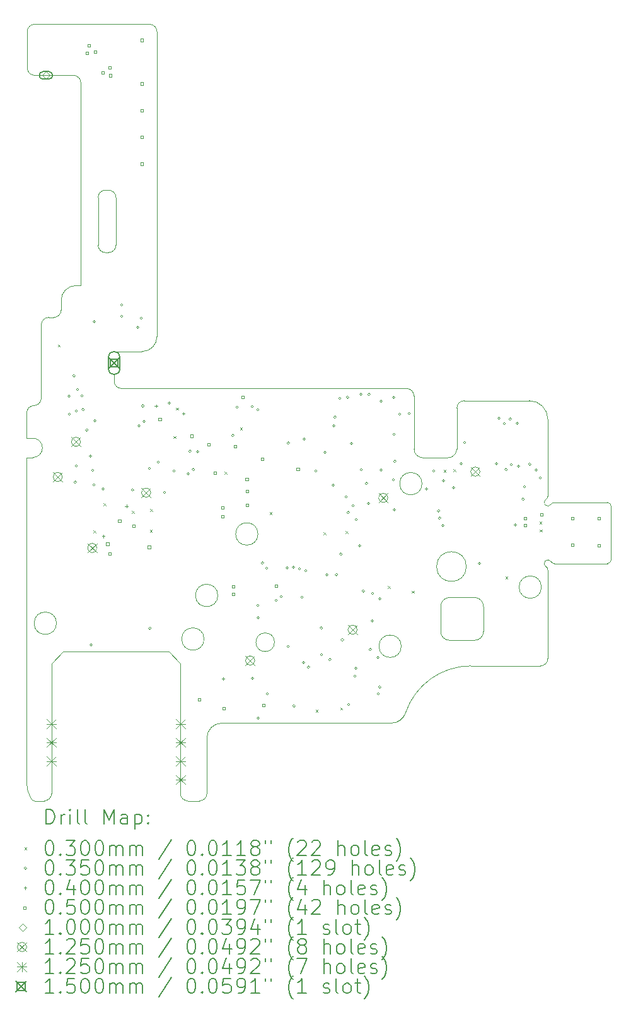
<source format=gbr>
%TF.GenerationSoftware,KiCad,Pcbnew,7.0.6*%
%TF.CreationDate,2024-04-02T17:57:14-07:00*%
%TF.ProjectId,retroglowplus_gbc,72657472-6f67-46c6-9f77-706c75735f67,rev?*%
%TF.SameCoordinates,Original*%
%TF.FileFunction,Drillmap*%
%TF.FilePolarity,Positive*%
%FSLAX45Y45*%
G04 Gerber Fmt 4.5, Leading zero omitted, Abs format (unit mm)*
G04 Created by KiCad (PCBNEW 7.0.6) date 2024-04-02 17:57:14*
%MOMM*%
%LPD*%
G01*
G04 APERTURE LIST*
%ADD10C,0.001000*%
%ADD11C,0.200000*%
%ADD12C,0.030000*%
%ADD13C,0.035000*%
%ADD14C,0.040000*%
%ADD15C,0.050000*%
%ADD16C,0.100000*%
%ADD17C,0.125000*%
%ADD18C,0.150000*%
G04 APERTURE END LIST*
D10*
X20756908Y-11747862D02*
G75*
G03*
X20631913Y-11622862I-124998J2D01*
G01*
X20546060Y-16239746D02*
X20546060Y-14097741D01*
X26106810Y-14213900D02*
G75*
G03*
X26226807Y-14333900I120000J0D01*
G01*
X26681810Y-13878900D02*
G75*
G03*
X26561807Y-13758900I-120000J0D01*
G01*
X26423370Y-11119040D02*
G75*
G03*
X26323370Y-11219040I-10J-99990D01*
G01*
X26512637Y-14676307D02*
G75*
G03*
X25634139Y-15307493I3J-926953D01*
G01*
X22611106Y-14640600D02*
X22453764Y-14483258D01*
X20946461Y-14103961D02*
G75*
G03*
X20946461Y-14103961I-150000J0D01*
G01*
X21274423Y-6856361D02*
X21274423Y-9575529D01*
X21746314Y-8395786D02*
G75*
G03*
X21646308Y-8295786I-100004J-4D01*
G01*
X20546060Y-11622862D02*
X20631913Y-11622862D01*
X21009659Y-9902867D02*
X21009659Y-9775529D01*
X27546060Y-13390189D02*
G75*
G03*
X27521060Y-13346888I-50000J-1D01*
G01*
X26561807Y-14333907D02*
G75*
G03*
X26681807Y-14213900I-7J120007D01*
G01*
X20756913Y-11747862D02*
X20756913Y-11756031D01*
X23113601Y-13731049D02*
G75*
G03*
X23113601Y-13731049I-150000J0D01*
G01*
X20881106Y-15390600D02*
X20881106Y-14640600D01*
X27446060Y-14676310D02*
G75*
G03*
X27546060Y-14576308I-10J100010D01*
G01*
X22867263Y-16486043D02*
G75*
G03*
X22967263Y-16386044I-3J100003D01*
G01*
X20654424Y-6070404D02*
X22195865Y-6070404D01*
X27589356Y-13278590D02*
G75*
G03*
X27632662Y-13303587I43304J25010D01*
G01*
X20742703Y-11085396D02*
X20742703Y-10102867D01*
X23167263Y-15443683D02*
G75*
G03*
X22967263Y-15643678I-3J-199997D01*
G01*
X22611106Y-16386044D02*
G75*
G03*
X22711106Y-16486044I100004J4D01*
G01*
X26226807Y-13758907D02*
G75*
G03*
X26106807Y-13878900I-7J-119993D01*
G01*
X22611106Y-15390600D02*
X22611106Y-14640600D01*
X28396060Y-12534276D02*
X28396060Y-13253587D01*
X27446060Y-14676308D02*
X26512637Y-14676308D01*
X20631913Y-11881033D02*
G75*
G03*
X20756913Y-11756031I-3J125003D01*
G01*
X21505074Y-9032726D02*
G75*
G03*
X21605070Y-9132726I99996J-4D01*
G01*
X21038447Y-14483258D02*
X22453764Y-14483258D01*
X25748376Y-11056254D02*
G75*
G03*
X25648370Y-10956254I-99996J4D01*
G01*
X21605070Y-8295790D02*
G75*
G03*
X21505070Y-8395786I0J-100000D01*
G01*
X26226807Y-13758900D02*
X26561807Y-13758900D01*
X21721228Y-10460298D02*
G75*
G03*
X21646228Y-10535305I2J-75002D01*
G01*
X20881106Y-15390600D02*
X20881106Y-16386044D01*
X27546060Y-13390189D02*
X27546060Y-14097741D01*
X20781106Y-16486036D02*
G75*
G03*
X20881106Y-16386044I4J99996D01*
G01*
X21821228Y-10956254D02*
X25648370Y-10956254D01*
X22295856Y-6170404D02*
G75*
G03*
X22195865Y-6070404I-99996J4D01*
G01*
X26561807Y-14333900D02*
X26226807Y-14333900D01*
X20546060Y-14097741D02*
X20546060Y-11881031D01*
X21746308Y-8395786D02*
X21746308Y-9032726D01*
X27521060Y-12440975D02*
G75*
G03*
X27546060Y-12397673I-24990J43295D01*
G01*
X20842703Y-10002867D02*
X20909659Y-10002867D01*
X21646308Y-9132726D02*
X21605070Y-9132726D01*
X21646225Y-10695305D02*
G75*
G03*
X21721228Y-10770305I75005J5D01*
G01*
X21646228Y-10535305D02*
X21646228Y-10695305D01*
X27459963Y-13619835D02*
G75*
G03*
X27459963Y-13619835I-150000J0D01*
G01*
X22611106Y-16386044D02*
X22611106Y-15390600D01*
X25748373Y-11764926D02*
G75*
G03*
X25868370Y-11884926I120007J7D01*
G01*
X20654424Y-6070403D02*
G75*
G03*
X20554424Y-6170404I-4J-99997D01*
G01*
X21209659Y-9575529D02*
X21274423Y-9575529D01*
X21605070Y-8295786D02*
X21646308Y-8295786D01*
X21646308Y-9132728D02*
G75*
G03*
X21746308Y-9032726I2J99998D01*
G01*
X20554424Y-6656361D02*
X20554424Y-6170404D01*
X21721228Y-10770305D02*
X21721228Y-10856254D01*
X26106807Y-14213900D02*
X26106807Y-13878900D01*
X21721226Y-10856254D02*
G75*
G03*
X21821228Y-10956254I100004J4D01*
G01*
X23652944Y-12906940D02*
G75*
G03*
X23652944Y-12906940I-150000J0D01*
G01*
X25577154Y-14412652D02*
G75*
G03*
X25577154Y-14412652I-150000J0D01*
G01*
X22095867Y-10460317D02*
G75*
G03*
X22295867Y-10260310I-7J200007D01*
G01*
X20646060Y-11185396D02*
X20642703Y-11185396D01*
X20546062Y-16239746D02*
G75*
G03*
X20608499Y-16462075I427048J-4D01*
G01*
X20842703Y-10002873D02*
G75*
G03*
X20742703Y-10102867I-3J-99997D01*
G01*
X20554419Y-6656361D02*
G75*
G03*
X20654424Y-6756361I100002J2D01*
G01*
X25855795Y-12232080D02*
G75*
G03*
X25855795Y-12232080I-150000J0D01*
G01*
X26451679Y-13344213D02*
G75*
G03*
X26451679Y-13344213I-200000J0D01*
G01*
X22867263Y-16486044D02*
X22711106Y-16486044D01*
X22928588Y-14315756D02*
G75*
G03*
X22928588Y-14315756I-150000J0D01*
G01*
X20546060Y-11369040D02*
X20546060Y-11622862D01*
X28346060Y-13303580D02*
G75*
G03*
X28396060Y-13253587I0J50000D01*
G01*
X28346060Y-13303587D02*
X27632662Y-13303587D01*
X20881106Y-14640600D02*
X21038447Y-14483258D01*
X21505070Y-9032726D02*
X21505070Y-8395786D01*
X20781106Y-16486044D02*
X20651188Y-16486044D01*
X20631913Y-11881031D02*
X20546060Y-11881031D01*
X20646060Y-11185400D02*
G75*
G03*
X20546060Y-11285396I0J-100000D01*
G01*
X20546060Y-11369040D02*
X20546060Y-11285396D01*
X26323370Y-11429926D02*
X26323370Y-11219040D01*
X28396064Y-12534276D02*
G75*
G03*
X28346060Y-12484276I-49994J6D01*
G01*
X26323370Y-11764926D02*
X26323370Y-11429926D01*
X25748370Y-11056254D02*
X25748370Y-11219040D01*
X20608498Y-16462075D02*
G75*
G03*
X20651188Y-16486044I42692J26035D01*
G01*
X25748370Y-11429926D02*
X25748370Y-11764926D01*
X27546060Y-11369040D02*
X27546060Y-12397673D01*
X20654424Y-6756361D02*
X21174423Y-6756361D01*
X22967263Y-15643678D02*
X22967263Y-16386044D01*
X27521056Y-12440968D02*
G75*
G03*
X27589361Y-12509276I25004J-43302D01*
G01*
X25444593Y-15443675D02*
G75*
G03*
X25634139Y-15307493I-3J200005D01*
G01*
X27632662Y-12484276D02*
X28346060Y-12484276D01*
X26203370Y-11884920D02*
G75*
G03*
X26323370Y-11764926I0J120000D01*
G01*
X25868370Y-11884926D02*
X26203370Y-11884926D01*
X26681807Y-13878900D02*
X26681807Y-14213900D01*
X27632662Y-12484275D02*
G75*
G03*
X27589361Y-12509276I-3J-49995D01*
G01*
X20909659Y-10002869D02*
G75*
G03*
X21009659Y-9902867I1J99999D01*
G01*
X22295865Y-6170404D02*
X22295867Y-10260310D01*
X25748370Y-11219040D02*
X25748370Y-11429926D01*
X20642703Y-11185403D02*
G75*
G03*
X20742703Y-11085396I-3J100003D01*
G01*
X23874793Y-14359062D02*
G75*
G03*
X23874793Y-14359062I-125000J0D01*
G01*
X21209659Y-9575529D02*
G75*
G03*
X21009659Y-9775529I1J-200001D01*
G01*
X27589358Y-13278589D02*
G75*
G03*
X27521060Y-13346888I-43298J-25001D01*
G01*
X27546060Y-14097741D02*
X27546060Y-14576308D01*
X26423370Y-11119040D02*
X27296060Y-11119040D01*
X27546060Y-11369040D02*
G75*
G03*
X27296060Y-11119040I-250000J0D01*
G01*
X25444593Y-15443678D02*
X23167263Y-15443678D01*
X21274419Y-6856361D02*
G75*
G03*
X21174423Y-6756361I-99999J2D01*
G01*
X22095865Y-10460305D02*
X21721228Y-10460305D01*
D11*
D12*
X20965400Y-10366000D02*
X20995400Y-10396000D01*
X20995400Y-10366000D02*
X20965400Y-10396000D01*
X21444850Y-12860850D02*
X21474850Y-12890850D01*
X21474850Y-12860850D02*
X21444850Y-12890850D01*
X21577850Y-12495370D02*
X21607850Y-12525370D01*
X21607850Y-12495370D02*
X21577850Y-12525370D01*
X21958000Y-12596990D02*
X21988000Y-12626990D01*
X21988000Y-12596990D02*
X21958000Y-12626990D01*
X22201590Y-12850870D02*
X22231590Y-12880870D01*
X22231590Y-12850870D02*
X22201590Y-12880870D01*
X22203850Y-12573510D02*
X22233850Y-12603510D01*
X22233850Y-12573510D02*
X22203850Y-12603510D01*
X22519530Y-11593720D02*
X22549530Y-11623720D01*
X22549530Y-11593720D02*
X22519530Y-11623720D01*
X22554420Y-11211840D02*
X22584420Y-11241840D01*
X22584420Y-11211840D02*
X22554420Y-11241840D01*
X23204630Y-12072500D02*
X23234630Y-12102500D01*
X23234630Y-12072500D02*
X23204630Y-12102500D01*
X23410000Y-11479000D02*
X23440000Y-11509000D01*
X23440000Y-11479000D02*
X23410000Y-11509000D01*
X23808000Y-12614850D02*
X23838000Y-12644850D01*
X23838000Y-12614850D02*
X23808000Y-12644850D01*
X24426290Y-15262190D02*
X24456290Y-15292190D01*
X24456290Y-15262190D02*
X24426290Y-15292190D01*
X24531630Y-12884140D02*
X24561630Y-12914140D01*
X24561630Y-12884140D02*
X24531630Y-12914140D01*
X24757700Y-15236590D02*
X24787700Y-15266590D01*
X24787700Y-15236590D02*
X24757700Y-15266590D01*
X24830990Y-12869490D02*
X24860990Y-12899490D01*
X24860990Y-12869490D02*
X24830990Y-12899490D01*
X25399280Y-13605130D02*
X25429280Y-13635130D01*
X25429280Y-13605130D02*
X25399280Y-13635130D01*
X25717890Y-13667250D02*
X25747890Y-13697250D01*
X25747890Y-13667250D02*
X25717890Y-13697250D01*
X26147000Y-12046000D02*
X26177000Y-12076000D01*
X26177000Y-12046000D02*
X26147000Y-12076000D01*
X26277000Y-12038000D02*
X26307000Y-12068000D01*
X26307000Y-12038000D02*
X26277000Y-12068000D01*
X26974500Y-13476720D02*
X27004500Y-13506720D01*
X27004500Y-13476720D02*
X26974500Y-13506720D01*
X27434000Y-12742000D02*
X27464000Y-12772000D01*
X27464000Y-12742000D02*
X27434000Y-12772000D01*
X27436100Y-12848100D02*
X27466100Y-12878100D01*
X27466100Y-12848100D02*
X27436100Y-12878100D01*
D13*
X21133500Y-11061000D02*
G75*
G03*
X21133500Y-11061000I-17500J0D01*
G01*
X21136500Y-11301000D02*
G75*
G03*
X21136500Y-11301000I-17500J0D01*
G01*
X21197500Y-10787000D02*
G75*
G03*
X21197500Y-10787000I-17500J0D01*
G01*
X21215500Y-12212000D02*
G75*
G03*
X21215500Y-12212000I-17500J0D01*
G01*
X21228500Y-11996000D02*
G75*
G03*
X21228500Y-11996000I-17500J0D01*
G01*
X21229500Y-11256000D02*
G75*
G03*
X21229500Y-11256000I-17500J0D01*
G01*
X21244500Y-10970000D02*
G75*
G03*
X21244500Y-10970000I-17500J0D01*
G01*
X21305500Y-11052000D02*
G75*
G03*
X21305500Y-11052000I-17500J0D01*
G01*
X21320500Y-11240000D02*
G75*
G03*
X21320500Y-11240000I-17500J0D01*
G01*
X21372500Y-11514000D02*
G75*
G03*
X21372500Y-11514000I-17500J0D01*
G01*
X21420500Y-11864000D02*
G75*
G03*
X21420500Y-11864000I-17500J0D01*
G01*
X21430907Y-14396013D02*
G75*
G03*
X21430907Y-14396013I-17500J0D01*
G01*
X21450500Y-12057000D02*
G75*
G03*
X21450500Y-12057000I-17500J0D01*
G01*
X21467500Y-12246000D02*
G75*
G03*
X21467500Y-12246000I-17500J0D01*
G01*
X21469500Y-10060000D02*
G75*
G03*
X21469500Y-10060000I-17500J0D01*
G01*
X21480500Y-11389000D02*
G75*
G03*
X21480500Y-11389000I-17500J0D01*
G01*
X21590500Y-12302000D02*
G75*
G03*
X21590500Y-12302000I-17500J0D01*
G01*
X21837500Y-9987000D02*
G75*
G03*
X21837500Y-9987000I-17500J0D01*
G01*
X21841500Y-9836000D02*
G75*
G03*
X21841500Y-9836000I-17500J0D01*
G01*
X21985500Y-12318000D02*
G75*
G03*
X21985500Y-12318000I-17500J0D01*
G01*
X22055500Y-10138000D02*
G75*
G03*
X22055500Y-10138000I-17500J0D01*
G01*
X22075500Y-11457000D02*
G75*
G03*
X22075500Y-11457000I-17500J0D01*
G01*
X22103500Y-10012000D02*
G75*
G03*
X22103500Y-10012000I-17500J0D01*
G01*
X22123500Y-11190000D02*
G75*
G03*
X22123500Y-11190000I-17500J0D01*
G01*
X22142500Y-11397000D02*
G75*
G03*
X22142500Y-11397000I-17500J0D01*
G01*
X22210500Y-12028000D02*
G75*
G03*
X22210500Y-12028000I-17500J0D01*
G01*
X22217500Y-14171000D02*
G75*
G03*
X22217500Y-14171000I-17500J0D01*
G01*
X22332500Y-11944000D02*
G75*
G03*
X22332500Y-11944000I-17500J0D01*
G01*
X22414500Y-12349000D02*
G75*
G03*
X22414500Y-12349000I-17500J0D01*
G01*
X22480570Y-11152943D02*
G75*
G03*
X22480570Y-11152943I-17500J0D01*
G01*
X22542500Y-12065000D02*
G75*
G03*
X22542500Y-12065000I-17500J0D01*
G01*
X22734500Y-12101000D02*
G75*
G03*
X22734500Y-12101000I-17500J0D01*
G01*
X22754500Y-11796000D02*
G75*
G03*
X22754500Y-11796000I-17500J0D01*
G01*
X22803500Y-12043000D02*
G75*
G03*
X22803500Y-12043000I-17500J0D01*
G01*
X22859500Y-11801000D02*
G75*
G03*
X22859500Y-11801000I-17500J0D01*
G01*
X23205000Y-14852500D02*
G75*
G03*
X23205000Y-14852500I-17500J0D01*
G01*
X23331500Y-11585000D02*
G75*
G03*
X23331500Y-11585000I-17500J0D01*
G01*
X23389500Y-11204000D02*
G75*
G03*
X23389500Y-11204000I-17500J0D01*
G01*
X23594500Y-11198000D02*
G75*
G03*
X23594500Y-11198000I-17500J0D01*
G01*
X23597400Y-14844500D02*
G75*
G03*
X23597400Y-14844500I-17500J0D01*
G01*
X23669500Y-11240000D02*
G75*
G03*
X23669500Y-11240000I-17500J0D01*
G01*
X23669865Y-15376229D02*
G75*
G03*
X23669865Y-15376229I-17500J0D01*
G01*
X23670000Y-13863300D02*
G75*
G03*
X23670000Y-13863300I-17500J0D01*
G01*
X23670000Y-14031000D02*
G75*
G03*
X23670000Y-14031000I-17500J0D01*
G01*
X23728500Y-13295000D02*
G75*
G03*
X23728500Y-13295000I-17500J0D01*
G01*
X23784500Y-13365000D02*
G75*
G03*
X23784500Y-13365000I-17500J0D01*
G01*
X23793000Y-15050200D02*
G75*
G03*
X23793000Y-15050200I-17500J0D01*
G01*
X23915500Y-13798000D02*
G75*
G03*
X23915500Y-13798000I-17500J0D01*
G01*
X23984500Y-13747000D02*
G75*
G03*
X23984500Y-13747000I-17500J0D01*
G01*
X24060000Y-13362500D02*
G75*
G03*
X24060000Y-13362500I-17500J0D01*
G01*
X24075500Y-14414000D02*
G75*
G03*
X24075500Y-14414000I-17500J0D01*
G01*
X24077500Y-11688000D02*
G75*
G03*
X24077500Y-11688000I-17500J0D01*
G01*
X24145000Y-13352500D02*
G75*
G03*
X24145000Y-13352500I-17500J0D01*
G01*
X24153500Y-15214000D02*
G75*
G03*
X24153500Y-15214000I-17500J0D01*
G01*
X24227500Y-13377500D02*
G75*
G03*
X24227500Y-13377500I-17500J0D01*
G01*
X24260000Y-13757500D02*
G75*
G03*
X24260000Y-13757500I-17500J0D01*
G01*
X24285000Y-14632500D02*
G75*
G03*
X24285000Y-14632500I-17500J0D01*
G01*
X24290600Y-11637300D02*
G75*
G03*
X24290600Y-11637300I-17500J0D01*
G01*
X24312500Y-13402500D02*
G75*
G03*
X24312500Y-13402500I-17500J0D01*
G01*
X24347500Y-14692500D02*
G75*
G03*
X24347500Y-14692500I-17500J0D01*
G01*
X24448500Y-12064000D02*
G75*
G03*
X24448500Y-12064000I-17500J0D01*
G01*
X24522500Y-14167500D02*
G75*
G03*
X24522500Y-14167500I-17500J0D01*
G01*
X24522500Y-14525000D02*
G75*
G03*
X24522500Y-14525000I-17500J0D01*
G01*
X24571500Y-11814000D02*
G75*
G03*
X24571500Y-11814000I-17500J0D01*
G01*
X24594500Y-13455000D02*
G75*
G03*
X24594500Y-13455000I-17500J0D01*
G01*
X24637500Y-14593000D02*
G75*
G03*
X24637500Y-14593000I-17500J0D01*
G01*
X24680000Y-12250000D02*
G75*
G03*
X24680000Y-12250000I-17500J0D01*
G01*
X24688500Y-11455400D02*
G75*
G03*
X24688500Y-11455400I-17500J0D01*
G01*
X24702555Y-11339480D02*
G75*
G03*
X24702555Y-11339480I-17500J0D01*
G01*
X24726500Y-13454000D02*
G75*
G03*
X24726500Y-13454000I-17500J0D01*
G01*
X24770200Y-11089200D02*
G75*
G03*
X24770200Y-11089200I-17500J0D01*
G01*
X24783300Y-13178300D02*
G75*
G03*
X24783300Y-13178300I-17500J0D01*
G01*
X24803500Y-14327000D02*
G75*
G03*
X24803500Y-14327000I-17500J0D01*
G01*
X24855000Y-12407500D02*
G75*
G03*
X24855000Y-12407500I-17500J0D01*
G01*
X24874500Y-11072000D02*
G75*
G03*
X24874500Y-11072000I-17500J0D01*
G01*
X24880000Y-12617500D02*
G75*
G03*
X24880000Y-12617500I-17500J0D01*
G01*
X24888500Y-15192000D02*
G75*
G03*
X24888500Y-15192000I-17500J0D01*
G01*
X24927300Y-11691600D02*
G75*
G03*
X24927300Y-11691600I-17500J0D01*
G01*
X24949500Y-12527000D02*
G75*
G03*
X24949500Y-12527000I-17500J0D01*
G01*
X24972500Y-14816000D02*
G75*
G03*
X24972500Y-14816000I-17500J0D01*
G01*
X24985500Y-14707000D02*
G75*
G03*
X24985500Y-14707000I-17500J0D01*
G01*
X24991500Y-12713000D02*
G75*
G03*
X24991500Y-12713000I-17500J0D01*
G01*
X25035500Y-13068000D02*
G75*
G03*
X25035500Y-13068000I-17500J0D01*
G01*
X25052500Y-11035000D02*
G75*
G03*
X25052500Y-11035000I-17500J0D01*
G01*
X25056500Y-12046000D02*
G75*
G03*
X25056500Y-12046000I-17500J0D01*
G01*
X25085000Y-13672500D02*
G75*
G03*
X25085000Y-13672500I-17500J0D01*
G01*
X25128500Y-12231000D02*
G75*
G03*
X25128500Y-12231000I-17500J0D01*
G01*
X25155500Y-12500000D02*
G75*
G03*
X25155500Y-12500000I-17500J0D01*
G01*
X25160000Y-11035000D02*
G75*
G03*
X25160000Y-11035000I-17500J0D01*
G01*
X25176500Y-14455000D02*
G75*
G03*
X25176500Y-14455000I-17500J0D01*
G01*
X25204500Y-14074000D02*
G75*
G03*
X25204500Y-14074000I-17500J0D01*
G01*
X25212500Y-13705000D02*
G75*
G03*
X25212500Y-13705000I-17500J0D01*
G01*
X25281500Y-14562000D02*
G75*
G03*
X25281500Y-14562000I-17500J0D01*
G01*
X25285500Y-15048000D02*
G75*
G03*
X25285500Y-15048000I-17500J0D01*
G01*
X25303500Y-14961000D02*
G75*
G03*
X25303500Y-14961000I-17500J0D01*
G01*
X25307500Y-13775000D02*
G75*
G03*
X25307500Y-13775000I-17500J0D01*
G01*
X25321500Y-12049000D02*
G75*
G03*
X25321500Y-12049000I-17500J0D01*
G01*
X25322500Y-11127500D02*
G75*
G03*
X25322500Y-11127500I-17500J0D01*
G01*
X25491500Y-12181000D02*
G75*
G03*
X25491500Y-12181000I-17500J0D01*
G01*
X25493500Y-11079000D02*
G75*
G03*
X25493500Y-11079000I-17500J0D01*
G01*
X25495500Y-11570000D02*
G75*
G03*
X25495500Y-11570000I-17500J0D01*
G01*
X25501500Y-12582000D02*
G75*
G03*
X25501500Y-12582000I-17500J0D01*
G01*
X25507500Y-11932500D02*
G75*
G03*
X25507500Y-11932500I-17500J0D01*
G01*
X25571500Y-11301000D02*
G75*
G03*
X25571500Y-11301000I-17500J0D01*
G01*
X25700500Y-11291000D02*
G75*
G03*
X25700500Y-11291000I-17500J0D01*
G01*
X25934500Y-12302000D02*
G75*
G03*
X25934500Y-12302000I-17500J0D01*
G01*
X26033500Y-12062000D02*
G75*
G03*
X26033500Y-12062000I-17500J0D01*
G01*
X26095500Y-12597000D02*
G75*
G03*
X26095500Y-12597000I-17500J0D01*
G01*
X26108500Y-12694000D02*
G75*
G03*
X26108500Y-12694000I-17500J0D01*
G01*
X26153500Y-12794000D02*
G75*
G03*
X26153500Y-12794000I-17500J0D01*
G01*
X26159500Y-12193000D02*
G75*
G03*
X26159500Y-12193000I-17500J0D01*
G01*
X26297500Y-12287500D02*
G75*
G03*
X26297500Y-12287500I-17500J0D01*
G01*
X26399500Y-11962000D02*
G75*
G03*
X26399500Y-11962000I-17500J0D01*
G01*
X26447500Y-11682000D02*
G75*
G03*
X26447500Y-11682000I-17500J0D01*
G01*
X26647500Y-13302500D02*
G75*
G03*
X26647500Y-13302500I-17500J0D01*
G01*
X26872500Y-11963000D02*
G75*
G03*
X26872500Y-11963000I-17500J0D01*
G01*
X26907500Y-11353000D02*
G75*
G03*
X26907500Y-11353000I-17500J0D01*
G01*
X26979500Y-11426000D02*
G75*
G03*
X26979500Y-11426000I-17500J0D01*
G01*
X27002500Y-12042500D02*
G75*
G03*
X27002500Y-12042500I-17500J0D01*
G01*
X27055500Y-11364000D02*
G75*
G03*
X27055500Y-11364000I-17500J0D01*
G01*
X27071000Y-11978600D02*
G75*
G03*
X27071000Y-11978600I-17500J0D01*
G01*
X27124380Y-12786360D02*
G75*
G03*
X27124380Y-12786360I-17500J0D01*
G01*
X27152500Y-11420000D02*
G75*
G03*
X27152500Y-11420000I-17500J0D01*
G01*
X27168500Y-12000000D02*
G75*
G03*
X27168500Y-12000000I-17500J0D01*
G01*
X27232500Y-12439000D02*
G75*
G03*
X27232500Y-12439000I-17500J0D01*
G01*
X27249500Y-12271000D02*
G75*
G03*
X27249500Y-12271000I-17500J0D01*
G01*
X27321500Y-11970000D02*
G75*
G03*
X27321500Y-11970000I-17500J0D01*
G01*
X27406500Y-12051000D02*
G75*
G03*
X27406500Y-12051000I-17500J0D01*
G01*
X27460500Y-12154000D02*
G75*
G03*
X27460500Y-12154000I-17500J0D01*
G01*
D14*
X21577000Y-12917000D02*
X21577000Y-12957000D01*
X21557000Y-12937000D02*
X21597000Y-12937000D01*
X21886189Y-12512343D02*
X21886189Y-12552343D01*
X21866189Y-12532343D02*
X21906189Y-12532343D01*
X22285170Y-11170169D02*
X22285170Y-11210169D01*
X22265170Y-11190169D02*
X22305170Y-11190169D01*
X22651055Y-11271013D02*
X22651055Y-11311013D01*
X22631055Y-11291013D02*
X22671055Y-11291013D01*
D15*
X21376678Y-6475678D02*
X21376678Y-6440322D01*
X21341322Y-6440322D01*
X21341322Y-6475678D01*
X21376678Y-6475678D01*
X21400678Y-6374678D02*
X21400678Y-6339322D01*
X21365322Y-6339322D01*
X21365322Y-6374678D01*
X21400678Y-6374678D01*
X21484678Y-6460678D02*
X21484678Y-6425322D01*
X21449322Y-6425322D01*
X21449322Y-6460678D01*
X21484678Y-6460678D01*
X21588678Y-6739678D02*
X21588678Y-6704322D01*
X21553322Y-6704322D01*
X21553322Y-6739678D01*
X21588678Y-6739678D01*
X21649678Y-13057678D02*
X21649678Y-13022322D01*
X21614322Y-13022322D01*
X21614322Y-13057678D01*
X21649678Y-13057678D01*
X21676179Y-13186266D02*
X21676179Y-13150911D01*
X21640823Y-13150911D01*
X21640823Y-13186266D01*
X21676179Y-13186266D01*
X21680678Y-6668678D02*
X21680678Y-6633322D01*
X21645322Y-6633322D01*
X21645322Y-6668678D01*
X21680678Y-6668678D01*
X21690678Y-6774678D02*
X21690678Y-6739322D01*
X21655322Y-6739322D01*
X21655322Y-6774678D01*
X21690678Y-6774678D01*
X21810678Y-12751678D02*
X21810678Y-12716322D01*
X21775322Y-12716322D01*
X21775322Y-12751678D01*
X21810678Y-12751678D01*
X22003678Y-12813678D02*
X22003678Y-12778322D01*
X21968322Y-12778322D01*
X21968322Y-12813678D01*
X22003678Y-12813678D01*
X22108078Y-6301638D02*
X22108078Y-6266282D01*
X22072722Y-6266282D01*
X22072722Y-6301638D01*
X22108078Y-6301638D01*
X22113178Y-6885838D02*
X22113178Y-6850482D01*
X22077822Y-6850482D01*
X22077822Y-6885838D01*
X22113178Y-6885838D01*
X22113178Y-7243978D02*
X22113178Y-7208622D01*
X22077822Y-7208622D01*
X22077822Y-7243978D01*
X22113178Y-7243978D01*
X22113178Y-7602118D02*
X22113178Y-7566762D01*
X22077822Y-7566762D01*
X22077822Y-7602118D01*
X22113178Y-7602118D01*
X22113178Y-7960258D02*
X22113178Y-7924902D01*
X22077822Y-7924902D01*
X22077822Y-7960258D01*
X22113178Y-7960258D01*
X22208678Y-13099678D02*
X22208678Y-13064322D01*
X22173322Y-13064322D01*
X22173322Y-13099678D01*
X22208678Y-13099678D01*
X22352678Y-11383678D02*
X22352678Y-11348322D01*
X22317322Y-11348322D01*
X22317322Y-11383678D01*
X22352678Y-11383678D01*
X22780678Y-11609678D02*
X22780678Y-11574322D01*
X22745322Y-11574322D01*
X22745322Y-11609678D01*
X22780678Y-11609678D01*
X22882678Y-15147678D02*
X22882678Y-15112322D01*
X22847322Y-15112322D01*
X22847322Y-15147678D01*
X22882678Y-15147678D01*
X23008678Y-11720678D02*
X23008678Y-11685322D01*
X22973322Y-11685322D01*
X22973322Y-11720678D01*
X23008678Y-11720678D01*
X23093678Y-12106678D02*
X23093678Y-12071322D01*
X23058322Y-12071322D01*
X23058322Y-12106678D01*
X23093678Y-12106678D01*
X23192678Y-12567678D02*
X23192678Y-12532322D01*
X23157322Y-12532322D01*
X23157322Y-12567678D01*
X23192678Y-12567678D01*
X23192678Y-12687678D02*
X23192678Y-12652322D01*
X23157322Y-12652322D01*
X23157322Y-12687678D01*
X23192678Y-12687678D01*
X23213678Y-15263678D02*
X23213678Y-15228322D01*
X23178322Y-15228322D01*
X23178322Y-15263678D01*
X23213678Y-15263678D01*
X23339978Y-13632078D02*
X23339978Y-13596722D01*
X23304622Y-13596722D01*
X23304622Y-13632078D01*
X23339978Y-13632078D01*
X23339978Y-13728578D02*
X23339978Y-13693222D01*
X23304622Y-13693222D01*
X23304622Y-13728578D01*
X23339978Y-13728578D01*
X23361678Y-11750678D02*
X23361678Y-11715322D01*
X23326322Y-11715322D01*
X23326322Y-11750678D01*
X23361678Y-11750678D01*
X23465678Y-11086678D02*
X23465678Y-11051322D01*
X23430322Y-11051322D01*
X23430322Y-11086678D01*
X23465678Y-11086678D01*
X23521178Y-12188778D02*
X23521178Y-12153422D01*
X23485822Y-12153422D01*
X23485822Y-12188778D01*
X23521178Y-12188778D01*
X23523378Y-12534678D02*
X23523378Y-12499322D01*
X23488022Y-12499322D01*
X23488022Y-12534678D01*
X23523378Y-12534678D01*
X23523678Y-12347678D02*
X23523678Y-12312322D01*
X23488322Y-12312322D01*
X23488322Y-12347678D01*
X23523678Y-12347678D01*
X23729678Y-11915678D02*
X23729678Y-11880322D01*
X23694322Y-11880322D01*
X23694322Y-11915678D01*
X23729678Y-11915678D01*
X23747678Y-15220678D02*
X23747678Y-15185322D01*
X23712322Y-15185322D01*
X23712322Y-15220678D01*
X23747678Y-15220678D01*
X23917478Y-13617878D02*
X23917478Y-13582522D01*
X23882122Y-13582522D01*
X23882122Y-13617878D01*
X23917478Y-13617878D01*
X24206678Y-12056678D02*
X24206678Y-12021322D01*
X24171322Y-12021322D01*
X24171322Y-12056678D01*
X24206678Y-12056678D01*
X27257678Y-12717678D02*
X27257678Y-12682322D01*
X27222322Y-12682322D01*
X27222322Y-12717678D01*
X27257678Y-12717678D01*
X27260178Y-12809078D02*
X27260178Y-12773722D01*
X27224822Y-12773722D01*
X27224822Y-12809078D01*
X27260178Y-12809078D01*
X27476778Y-12665878D02*
X27476778Y-12630522D01*
X27441422Y-12630522D01*
X27441422Y-12665878D01*
X27476778Y-12665878D01*
X27894178Y-12715178D02*
X27894178Y-12679822D01*
X27858822Y-12679822D01*
X27858822Y-12715178D01*
X27894178Y-12715178D01*
X27896678Y-13073278D02*
X27896678Y-13037922D01*
X27861322Y-13037922D01*
X27861322Y-13073278D01*
X27896678Y-13073278D01*
X28252278Y-12715178D02*
X28252278Y-12679822D01*
X28216922Y-12679822D01*
X28216922Y-12715178D01*
X28252278Y-12715178D01*
X28252278Y-13075778D02*
X28252278Y-13040422D01*
X28216922Y-13040422D01*
X28216922Y-13075778D01*
X28252278Y-13075778D01*
D16*
X20805140Y-6806400D02*
X20855140Y-6756400D01*
X20805140Y-6706400D01*
X20755140Y-6756400D01*
X20805140Y-6806400D01*
D11*
X20765140Y-6806400D02*
X20845140Y-6806400D01*
X20845140Y-6806400D02*
G75*
G03*
X20845140Y-6706400I0J50000D01*
G01*
X20845140Y-6706400D02*
X20765140Y-6706400D01*
X20765140Y-6706400D02*
G75*
G03*
X20765140Y-6806400I0J-50000D01*
G01*
D17*
X20901400Y-12079400D02*
X21026400Y-12204400D01*
X21026400Y-12079400D02*
X20901400Y-12204400D01*
X21026400Y-12141900D02*
G75*
G03*
X21026400Y-12141900I-62500J0D01*
G01*
X21145700Y-11609000D02*
X21270700Y-11734000D01*
X21270700Y-11609000D02*
X21145700Y-11734000D01*
X21270700Y-11671500D02*
G75*
G03*
X21270700Y-11671500I-62500J0D01*
G01*
X21364200Y-13031800D02*
X21489200Y-13156800D01*
X21489200Y-13031800D02*
X21364200Y-13156800D01*
X21489200Y-13094300D02*
G75*
G03*
X21489200Y-13094300I-62500J0D01*
G01*
X22088400Y-12290100D02*
X22213400Y-12415100D01*
X22213400Y-12290100D02*
X22088400Y-12415100D01*
X22213400Y-12352600D02*
G75*
G03*
X22213400Y-12352600I-62500J0D01*
G01*
X23485700Y-14541600D02*
X23610700Y-14666600D01*
X23610700Y-14541600D02*
X23485700Y-14666600D01*
X23610700Y-14604100D02*
G75*
G03*
X23610700Y-14604100I-62500J0D01*
G01*
X24861300Y-14128800D02*
X24986300Y-14253800D01*
X24986300Y-14128800D02*
X24861300Y-14253800D01*
X24986300Y-14191300D02*
G75*
G03*
X24986300Y-14191300I-62500J0D01*
G01*
X25273000Y-12360000D02*
X25398000Y-12485000D01*
X25398000Y-12360000D02*
X25273000Y-12485000D01*
X25398000Y-12422500D02*
G75*
G03*
X25398000Y-12422500I-62500J0D01*
G01*
X26510200Y-12008300D02*
X26635200Y-12133300D01*
X26635200Y-12008300D02*
X26510200Y-12133300D01*
X26635200Y-12070800D02*
G75*
G03*
X26635200Y-12070800I-62500J0D01*
G01*
X20818610Y-15390600D02*
X20943610Y-15515600D01*
X20943610Y-15390600D02*
X20818610Y-15515600D01*
X20881110Y-15390600D02*
X20881110Y-15515600D01*
X20818610Y-15453100D02*
X20943610Y-15453100D01*
X20818610Y-15640600D02*
X20943610Y-15765600D01*
X20943610Y-15640600D02*
X20818610Y-15765600D01*
X20881110Y-15640600D02*
X20881110Y-15765600D01*
X20818610Y-15703100D02*
X20943610Y-15703100D01*
X20818610Y-15890600D02*
X20943610Y-16015600D01*
X20943610Y-15890600D02*
X20818610Y-16015600D01*
X20881110Y-15890600D02*
X20881110Y-16015600D01*
X20818610Y-15953100D02*
X20943610Y-15953100D01*
X22548610Y-15390600D02*
X22673610Y-15515600D01*
X22673610Y-15390600D02*
X22548610Y-15515600D01*
X22611110Y-15390600D02*
X22611110Y-15515600D01*
X22548610Y-15453100D02*
X22673610Y-15453100D01*
X22548610Y-15640600D02*
X22673610Y-15765600D01*
X22673610Y-15640600D02*
X22548610Y-15765600D01*
X22611110Y-15640600D02*
X22611110Y-15765600D01*
X22548610Y-15703100D02*
X22673610Y-15703100D01*
X22548610Y-15890600D02*
X22673610Y-16015600D01*
X22673610Y-15890600D02*
X22548610Y-16015600D01*
X22611110Y-15890600D02*
X22611110Y-16015600D01*
X22548610Y-15953100D02*
X22673610Y-15953100D01*
X22548610Y-16140600D02*
X22673610Y-16265600D01*
X22673610Y-16140600D02*
X22548610Y-16265600D01*
X22611110Y-16140600D02*
X22611110Y-16265600D01*
X22548610Y-16203100D02*
X22673610Y-16203100D01*
D18*
X21646230Y-10539660D02*
X21796230Y-10689660D01*
X21796230Y-10539660D02*
X21646230Y-10689660D01*
X21774264Y-10667694D02*
X21774264Y-10561627D01*
X21668197Y-10561627D01*
X21668197Y-10667694D01*
X21774264Y-10667694D01*
D11*
X21796230Y-10694660D02*
X21796230Y-10534660D01*
X21796230Y-10534660D02*
G75*
G03*
X21646230Y-10534660I-75000J0D01*
G01*
X21646230Y-10534660D02*
X21646230Y-10694660D01*
X21646230Y-10694660D02*
G75*
G03*
X21796230Y-10694660I75000J0D01*
G01*
X20806787Y-16797578D02*
X20806787Y-16597578D01*
X20806787Y-16597578D02*
X20854406Y-16597578D01*
X20854406Y-16597578D02*
X20882977Y-16607102D01*
X20882977Y-16607102D02*
X20902025Y-16626149D01*
X20902025Y-16626149D02*
X20911549Y-16645197D01*
X20911549Y-16645197D02*
X20921073Y-16683292D01*
X20921073Y-16683292D02*
X20921073Y-16711863D01*
X20921073Y-16711863D02*
X20911549Y-16749959D01*
X20911549Y-16749959D02*
X20902025Y-16769006D01*
X20902025Y-16769006D02*
X20882977Y-16788054D01*
X20882977Y-16788054D02*
X20854406Y-16797578D01*
X20854406Y-16797578D02*
X20806787Y-16797578D01*
X21006787Y-16797578D02*
X21006787Y-16664244D01*
X21006787Y-16702340D02*
X21016311Y-16683292D01*
X21016311Y-16683292D02*
X21025834Y-16673768D01*
X21025834Y-16673768D02*
X21044882Y-16664244D01*
X21044882Y-16664244D02*
X21063930Y-16664244D01*
X21130596Y-16797578D02*
X21130596Y-16664244D01*
X21130596Y-16597578D02*
X21121073Y-16607102D01*
X21121073Y-16607102D02*
X21130596Y-16616625D01*
X21130596Y-16616625D02*
X21140120Y-16607102D01*
X21140120Y-16607102D02*
X21130596Y-16597578D01*
X21130596Y-16597578D02*
X21130596Y-16616625D01*
X21254406Y-16797578D02*
X21235358Y-16788054D01*
X21235358Y-16788054D02*
X21225834Y-16769006D01*
X21225834Y-16769006D02*
X21225834Y-16597578D01*
X21359168Y-16797578D02*
X21340120Y-16788054D01*
X21340120Y-16788054D02*
X21330596Y-16769006D01*
X21330596Y-16769006D02*
X21330596Y-16597578D01*
X21587739Y-16797578D02*
X21587739Y-16597578D01*
X21587739Y-16597578D02*
X21654406Y-16740435D01*
X21654406Y-16740435D02*
X21721073Y-16597578D01*
X21721073Y-16597578D02*
X21721073Y-16797578D01*
X21902025Y-16797578D02*
X21902025Y-16692816D01*
X21902025Y-16692816D02*
X21892501Y-16673768D01*
X21892501Y-16673768D02*
X21873454Y-16664244D01*
X21873454Y-16664244D02*
X21835358Y-16664244D01*
X21835358Y-16664244D02*
X21816311Y-16673768D01*
X21902025Y-16788054D02*
X21882977Y-16797578D01*
X21882977Y-16797578D02*
X21835358Y-16797578D01*
X21835358Y-16797578D02*
X21816311Y-16788054D01*
X21816311Y-16788054D02*
X21806787Y-16769006D01*
X21806787Y-16769006D02*
X21806787Y-16749959D01*
X21806787Y-16749959D02*
X21816311Y-16730911D01*
X21816311Y-16730911D02*
X21835358Y-16721387D01*
X21835358Y-16721387D02*
X21882977Y-16721387D01*
X21882977Y-16721387D02*
X21902025Y-16711863D01*
X21997263Y-16664244D02*
X21997263Y-16864244D01*
X21997263Y-16673768D02*
X22016311Y-16664244D01*
X22016311Y-16664244D02*
X22054406Y-16664244D01*
X22054406Y-16664244D02*
X22073454Y-16673768D01*
X22073454Y-16673768D02*
X22082977Y-16683292D01*
X22082977Y-16683292D02*
X22092501Y-16702340D01*
X22092501Y-16702340D02*
X22092501Y-16759482D01*
X22092501Y-16759482D02*
X22082977Y-16778530D01*
X22082977Y-16778530D02*
X22073454Y-16788054D01*
X22073454Y-16788054D02*
X22054406Y-16797578D01*
X22054406Y-16797578D02*
X22016311Y-16797578D01*
X22016311Y-16797578D02*
X21997263Y-16788054D01*
X22178215Y-16778530D02*
X22187739Y-16788054D01*
X22187739Y-16788054D02*
X22178215Y-16797578D01*
X22178215Y-16797578D02*
X22168692Y-16788054D01*
X22168692Y-16788054D02*
X22178215Y-16778530D01*
X22178215Y-16778530D02*
X22178215Y-16797578D01*
X22178215Y-16673768D02*
X22187739Y-16683292D01*
X22187739Y-16683292D02*
X22178215Y-16692816D01*
X22178215Y-16692816D02*
X22168692Y-16683292D01*
X22168692Y-16683292D02*
X22178215Y-16673768D01*
X22178215Y-16673768D02*
X22178215Y-16692816D01*
D12*
X20516010Y-17111094D02*
X20546010Y-17141094D01*
X20546010Y-17111094D02*
X20516010Y-17141094D01*
D11*
X20844882Y-17017578D02*
X20863930Y-17017578D01*
X20863930Y-17017578D02*
X20882977Y-17027102D01*
X20882977Y-17027102D02*
X20892501Y-17036625D01*
X20892501Y-17036625D02*
X20902025Y-17055673D01*
X20902025Y-17055673D02*
X20911549Y-17093768D01*
X20911549Y-17093768D02*
X20911549Y-17141387D01*
X20911549Y-17141387D02*
X20902025Y-17179483D01*
X20902025Y-17179483D02*
X20892501Y-17198530D01*
X20892501Y-17198530D02*
X20882977Y-17208054D01*
X20882977Y-17208054D02*
X20863930Y-17217578D01*
X20863930Y-17217578D02*
X20844882Y-17217578D01*
X20844882Y-17217578D02*
X20825834Y-17208054D01*
X20825834Y-17208054D02*
X20816311Y-17198530D01*
X20816311Y-17198530D02*
X20806787Y-17179483D01*
X20806787Y-17179483D02*
X20797263Y-17141387D01*
X20797263Y-17141387D02*
X20797263Y-17093768D01*
X20797263Y-17093768D02*
X20806787Y-17055673D01*
X20806787Y-17055673D02*
X20816311Y-17036625D01*
X20816311Y-17036625D02*
X20825834Y-17027102D01*
X20825834Y-17027102D02*
X20844882Y-17017578D01*
X20997263Y-17198530D02*
X21006787Y-17208054D01*
X21006787Y-17208054D02*
X20997263Y-17217578D01*
X20997263Y-17217578D02*
X20987739Y-17208054D01*
X20987739Y-17208054D02*
X20997263Y-17198530D01*
X20997263Y-17198530D02*
X20997263Y-17217578D01*
X21073454Y-17017578D02*
X21197263Y-17017578D01*
X21197263Y-17017578D02*
X21130596Y-17093768D01*
X21130596Y-17093768D02*
X21159168Y-17093768D01*
X21159168Y-17093768D02*
X21178215Y-17103292D01*
X21178215Y-17103292D02*
X21187739Y-17112816D01*
X21187739Y-17112816D02*
X21197263Y-17131864D01*
X21197263Y-17131864D02*
X21197263Y-17179483D01*
X21197263Y-17179483D02*
X21187739Y-17198530D01*
X21187739Y-17198530D02*
X21178215Y-17208054D01*
X21178215Y-17208054D02*
X21159168Y-17217578D01*
X21159168Y-17217578D02*
X21102025Y-17217578D01*
X21102025Y-17217578D02*
X21082977Y-17208054D01*
X21082977Y-17208054D02*
X21073454Y-17198530D01*
X21321073Y-17017578D02*
X21340120Y-17017578D01*
X21340120Y-17017578D02*
X21359168Y-17027102D01*
X21359168Y-17027102D02*
X21368692Y-17036625D01*
X21368692Y-17036625D02*
X21378215Y-17055673D01*
X21378215Y-17055673D02*
X21387739Y-17093768D01*
X21387739Y-17093768D02*
X21387739Y-17141387D01*
X21387739Y-17141387D02*
X21378215Y-17179483D01*
X21378215Y-17179483D02*
X21368692Y-17198530D01*
X21368692Y-17198530D02*
X21359168Y-17208054D01*
X21359168Y-17208054D02*
X21340120Y-17217578D01*
X21340120Y-17217578D02*
X21321073Y-17217578D01*
X21321073Y-17217578D02*
X21302025Y-17208054D01*
X21302025Y-17208054D02*
X21292501Y-17198530D01*
X21292501Y-17198530D02*
X21282977Y-17179483D01*
X21282977Y-17179483D02*
X21273454Y-17141387D01*
X21273454Y-17141387D02*
X21273454Y-17093768D01*
X21273454Y-17093768D02*
X21282977Y-17055673D01*
X21282977Y-17055673D02*
X21292501Y-17036625D01*
X21292501Y-17036625D02*
X21302025Y-17027102D01*
X21302025Y-17027102D02*
X21321073Y-17017578D01*
X21511549Y-17017578D02*
X21530596Y-17017578D01*
X21530596Y-17017578D02*
X21549644Y-17027102D01*
X21549644Y-17027102D02*
X21559168Y-17036625D01*
X21559168Y-17036625D02*
X21568692Y-17055673D01*
X21568692Y-17055673D02*
X21578215Y-17093768D01*
X21578215Y-17093768D02*
X21578215Y-17141387D01*
X21578215Y-17141387D02*
X21568692Y-17179483D01*
X21568692Y-17179483D02*
X21559168Y-17198530D01*
X21559168Y-17198530D02*
X21549644Y-17208054D01*
X21549644Y-17208054D02*
X21530596Y-17217578D01*
X21530596Y-17217578D02*
X21511549Y-17217578D01*
X21511549Y-17217578D02*
X21492501Y-17208054D01*
X21492501Y-17208054D02*
X21482977Y-17198530D01*
X21482977Y-17198530D02*
X21473454Y-17179483D01*
X21473454Y-17179483D02*
X21463930Y-17141387D01*
X21463930Y-17141387D02*
X21463930Y-17093768D01*
X21463930Y-17093768D02*
X21473454Y-17055673D01*
X21473454Y-17055673D02*
X21482977Y-17036625D01*
X21482977Y-17036625D02*
X21492501Y-17027102D01*
X21492501Y-17027102D02*
X21511549Y-17017578D01*
X21663930Y-17217578D02*
X21663930Y-17084244D01*
X21663930Y-17103292D02*
X21673454Y-17093768D01*
X21673454Y-17093768D02*
X21692501Y-17084244D01*
X21692501Y-17084244D02*
X21721073Y-17084244D01*
X21721073Y-17084244D02*
X21740120Y-17093768D01*
X21740120Y-17093768D02*
X21749644Y-17112816D01*
X21749644Y-17112816D02*
X21749644Y-17217578D01*
X21749644Y-17112816D02*
X21759168Y-17093768D01*
X21759168Y-17093768D02*
X21778215Y-17084244D01*
X21778215Y-17084244D02*
X21806787Y-17084244D01*
X21806787Y-17084244D02*
X21825835Y-17093768D01*
X21825835Y-17093768D02*
X21835358Y-17112816D01*
X21835358Y-17112816D02*
X21835358Y-17217578D01*
X21930596Y-17217578D02*
X21930596Y-17084244D01*
X21930596Y-17103292D02*
X21940120Y-17093768D01*
X21940120Y-17093768D02*
X21959168Y-17084244D01*
X21959168Y-17084244D02*
X21987739Y-17084244D01*
X21987739Y-17084244D02*
X22006787Y-17093768D01*
X22006787Y-17093768D02*
X22016311Y-17112816D01*
X22016311Y-17112816D02*
X22016311Y-17217578D01*
X22016311Y-17112816D02*
X22025835Y-17093768D01*
X22025835Y-17093768D02*
X22044882Y-17084244D01*
X22044882Y-17084244D02*
X22073454Y-17084244D01*
X22073454Y-17084244D02*
X22092501Y-17093768D01*
X22092501Y-17093768D02*
X22102025Y-17112816D01*
X22102025Y-17112816D02*
X22102025Y-17217578D01*
X22492501Y-17008054D02*
X22321073Y-17265197D01*
X22749644Y-17017578D02*
X22768692Y-17017578D01*
X22768692Y-17017578D02*
X22787739Y-17027102D01*
X22787739Y-17027102D02*
X22797263Y-17036625D01*
X22797263Y-17036625D02*
X22806787Y-17055673D01*
X22806787Y-17055673D02*
X22816311Y-17093768D01*
X22816311Y-17093768D02*
X22816311Y-17141387D01*
X22816311Y-17141387D02*
X22806787Y-17179483D01*
X22806787Y-17179483D02*
X22797263Y-17198530D01*
X22797263Y-17198530D02*
X22787739Y-17208054D01*
X22787739Y-17208054D02*
X22768692Y-17217578D01*
X22768692Y-17217578D02*
X22749644Y-17217578D01*
X22749644Y-17217578D02*
X22730596Y-17208054D01*
X22730596Y-17208054D02*
X22721073Y-17198530D01*
X22721073Y-17198530D02*
X22711549Y-17179483D01*
X22711549Y-17179483D02*
X22702025Y-17141387D01*
X22702025Y-17141387D02*
X22702025Y-17093768D01*
X22702025Y-17093768D02*
X22711549Y-17055673D01*
X22711549Y-17055673D02*
X22721073Y-17036625D01*
X22721073Y-17036625D02*
X22730596Y-17027102D01*
X22730596Y-17027102D02*
X22749644Y-17017578D01*
X22902025Y-17198530D02*
X22911549Y-17208054D01*
X22911549Y-17208054D02*
X22902025Y-17217578D01*
X22902025Y-17217578D02*
X22892501Y-17208054D01*
X22892501Y-17208054D02*
X22902025Y-17198530D01*
X22902025Y-17198530D02*
X22902025Y-17217578D01*
X23035358Y-17017578D02*
X23054406Y-17017578D01*
X23054406Y-17017578D02*
X23073454Y-17027102D01*
X23073454Y-17027102D02*
X23082977Y-17036625D01*
X23082977Y-17036625D02*
X23092501Y-17055673D01*
X23092501Y-17055673D02*
X23102025Y-17093768D01*
X23102025Y-17093768D02*
X23102025Y-17141387D01*
X23102025Y-17141387D02*
X23092501Y-17179483D01*
X23092501Y-17179483D02*
X23082977Y-17198530D01*
X23082977Y-17198530D02*
X23073454Y-17208054D01*
X23073454Y-17208054D02*
X23054406Y-17217578D01*
X23054406Y-17217578D02*
X23035358Y-17217578D01*
X23035358Y-17217578D02*
X23016311Y-17208054D01*
X23016311Y-17208054D02*
X23006787Y-17198530D01*
X23006787Y-17198530D02*
X22997263Y-17179483D01*
X22997263Y-17179483D02*
X22987739Y-17141387D01*
X22987739Y-17141387D02*
X22987739Y-17093768D01*
X22987739Y-17093768D02*
X22997263Y-17055673D01*
X22997263Y-17055673D02*
X23006787Y-17036625D01*
X23006787Y-17036625D02*
X23016311Y-17027102D01*
X23016311Y-17027102D02*
X23035358Y-17017578D01*
X23292501Y-17217578D02*
X23178216Y-17217578D01*
X23235358Y-17217578D02*
X23235358Y-17017578D01*
X23235358Y-17017578D02*
X23216311Y-17046149D01*
X23216311Y-17046149D02*
X23197263Y-17065197D01*
X23197263Y-17065197D02*
X23178216Y-17074721D01*
X23482977Y-17217578D02*
X23368692Y-17217578D01*
X23425835Y-17217578D02*
X23425835Y-17017578D01*
X23425835Y-17017578D02*
X23406787Y-17046149D01*
X23406787Y-17046149D02*
X23387739Y-17065197D01*
X23387739Y-17065197D02*
X23368692Y-17074721D01*
X23597263Y-17103292D02*
X23578216Y-17093768D01*
X23578216Y-17093768D02*
X23568692Y-17084244D01*
X23568692Y-17084244D02*
X23559168Y-17065197D01*
X23559168Y-17065197D02*
X23559168Y-17055673D01*
X23559168Y-17055673D02*
X23568692Y-17036625D01*
X23568692Y-17036625D02*
X23578216Y-17027102D01*
X23578216Y-17027102D02*
X23597263Y-17017578D01*
X23597263Y-17017578D02*
X23635358Y-17017578D01*
X23635358Y-17017578D02*
X23654406Y-17027102D01*
X23654406Y-17027102D02*
X23663930Y-17036625D01*
X23663930Y-17036625D02*
X23673454Y-17055673D01*
X23673454Y-17055673D02*
X23673454Y-17065197D01*
X23673454Y-17065197D02*
X23663930Y-17084244D01*
X23663930Y-17084244D02*
X23654406Y-17093768D01*
X23654406Y-17093768D02*
X23635358Y-17103292D01*
X23635358Y-17103292D02*
X23597263Y-17103292D01*
X23597263Y-17103292D02*
X23578216Y-17112816D01*
X23578216Y-17112816D02*
X23568692Y-17122340D01*
X23568692Y-17122340D02*
X23559168Y-17141387D01*
X23559168Y-17141387D02*
X23559168Y-17179483D01*
X23559168Y-17179483D02*
X23568692Y-17198530D01*
X23568692Y-17198530D02*
X23578216Y-17208054D01*
X23578216Y-17208054D02*
X23597263Y-17217578D01*
X23597263Y-17217578D02*
X23635358Y-17217578D01*
X23635358Y-17217578D02*
X23654406Y-17208054D01*
X23654406Y-17208054D02*
X23663930Y-17198530D01*
X23663930Y-17198530D02*
X23673454Y-17179483D01*
X23673454Y-17179483D02*
X23673454Y-17141387D01*
X23673454Y-17141387D02*
X23663930Y-17122340D01*
X23663930Y-17122340D02*
X23654406Y-17112816D01*
X23654406Y-17112816D02*
X23635358Y-17103292D01*
X23749644Y-17017578D02*
X23749644Y-17055673D01*
X23825835Y-17017578D02*
X23825835Y-17055673D01*
X24121073Y-17293768D02*
X24111549Y-17284244D01*
X24111549Y-17284244D02*
X24092501Y-17255673D01*
X24092501Y-17255673D02*
X24082978Y-17236625D01*
X24082978Y-17236625D02*
X24073454Y-17208054D01*
X24073454Y-17208054D02*
X24063930Y-17160435D01*
X24063930Y-17160435D02*
X24063930Y-17122340D01*
X24063930Y-17122340D02*
X24073454Y-17074721D01*
X24073454Y-17074721D02*
X24082978Y-17046149D01*
X24082978Y-17046149D02*
X24092501Y-17027102D01*
X24092501Y-17027102D02*
X24111549Y-16998530D01*
X24111549Y-16998530D02*
X24121073Y-16989006D01*
X24187739Y-17036625D02*
X24197263Y-17027102D01*
X24197263Y-17027102D02*
X24216311Y-17017578D01*
X24216311Y-17017578D02*
X24263930Y-17017578D01*
X24263930Y-17017578D02*
X24282978Y-17027102D01*
X24282978Y-17027102D02*
X24292501Y-17036625D01*
X24292501Y-17036625D02*
X24302025Y-17055673D01*
X24302025Y-17055673D02*
X24302025Y-17074721D01*
X24302025Y-17074721D02*
X24292501Y-17103292D01*
X24292501Y-17103292D02*
X24178216Y-17217578D01*
X24178216Y-17217578D02*
X24302025Y-17217578D01*
X24378216Y-17036625D02*
X24387739Y-17027102D01*
X24387739Y-17027102D02*
X24406787Y-17017578D01*
X24406787Y-17017578D02*
X24454406Y-17017578D01*
X24454406Y-17017578D02*
X24473454Y-17027102D01*
X24473454Y-17027102D02*
X24482978Y-17036625D01*
X24482978Y-17036625D02*
X24492501Y-17055673D01*
X24492501Y-17055673D02*
X24492501Y-17074721D01*
X24492501Y-17074721D02*
X24482978Y-17103292D01*
X24482978Y-17103292D02*
X24368692Y-17217578D01*
X24368692Y-17217578D02*
X24492501Y-17217578D01*
X24730597Y-17217578D02*
X24730597Y-17017578D01*
X24816311Y-17217578D02*
X24816311Y-17112816D01*
X24816311Y-17112816D02*
X24806787Y-17093768D01*
X24806787Y-17093768D02*
X24787740Y-17084244D01*
X24787740Y-17084244D02*
X24759168Y-17084244D01*
X24759168Y-17084244D02*
X24740120Y-17093768D01*
X24740120Y-17093768D02*
X24730597Y-17103292D01*
X24940120Y-17217578D02*
X24921073Y-17208054D01*
X24921073Y-17208054D02*
X24911549Y-17198530D01*
X24911549Y-17198530D02*
X24902025Y-17179483D01*
X24902025Y-17179483D02*
X24902025Y-17122340D01*
X24902025Y-17122340D02*
X24911549Y-17103292D01*
X24911549Y-17103292D02*
X24921073Y-17093768D01*
X24921073Y-17093768D02*
X24940120Y-17084244D01*
X24940120Y-17084244D02*
X24968692Y-17084244D01*
X24968692Y-17084244D02*
X24987740Y-17093768D01*
X24987740Y-17093768D02*
X24997263Y-17103292D01*
X24997263Y-17103292D02*
X25006787Y-17122340D01*
X25006787Y-17122340D02*
X25006787Y-17179483D01*
X25006787Y-17179483D02*
X24997263Y-17198530D01*
X24997263Y-17198530D02*
X24987740Y-17208054D01*
X24987740Y-17208054D02*
X24968692Y-17217578D01*
X24968692Y-17217578D02*
X24940120Y-17217578D01*
X25121073Y-17217578D02*
X25102025Y-17208054D01*
X25102025Y-17208054D02*
X25092501Y-17189006D01*
X25092501Y-17189006D02*
X25092501Y-17017578D01*
X25273454Y-17208054D02*
X25254406Y-17217578D01*
X25254406Y-17217578D02*
X25216311Y-17217578D01*
X25216311Y-17217578D02*
X25197263Y-17208054D01*
X25197263Y-17208054D02*
X25187740Y-17189006D01*
X25187740Y-17189006D02*
X25187740Y-17112816D01*
X25187740Y-17112816D02*
X25197263Y-17093768D01*
X25197263Y-17093768D02*
X25216311Y-17084244D01*
X25216311Y-17084244D02*
X25254406Y-17084244D01*
X25254406Y-17084244D02*
X25273454Y-17093768D01*
X25273454Y-17093768D02*
X25282978Y-17112816D01*
X25282978Y-17112816D02*
X25282978Y-17131864D01*
X25282978Y-17131864D02*
X25187740Y-17150911D01*
X25359168Y-17208054D02*
X25378216Y-17217578D01*
X25378216Y-17217578D02*
X25416311Y-17217578D01*
X25416311Y-17217578D02*
X25435359Y-17208054D01*
X25435359Y-17208054D02*
X25444882Y-17189006D01*
X25444882Y-17189006D02*
X25444882Y-17179483D01*
X25444882Y-17179483D02*
X25435359Y-17160435D01*
X25435359Y-17160435D02*
X25416311Y-17150911D01*
X25416311Y-17150911D02*
X25387740Y-17150911D01*
X25387740Y-17150911D02*
X25368692Y-17141387D01*
X25368692Y-17141387D02*
X25359168Y-17122340D01*
X25359168Y-17122340D02*
X25359168Y-17112816D01*
X25359168Y-17112816D02*
X25368692Y-17093768D01*
X25368692Y-17093768D02*
X25387740Y-17084244D01*
X25387740Y-17084244D02*
X25416311Y-17084244D01*
X25416311Y-17084244D02*
X25435359Y-17093768D01*
X25511549Y-17293768D02*
X25521073Y-17284244D01*
X25521073Y-17284244D02*
X25540121Y-17255673D01*
X25540121Y-17255673D02*
X25549644Y-17236625D01*
X25549644Y-17236625D02*
X25559168Y-17208054D01*
X25559168Y-17208054D02*
X25568692Y-17160435D01*
X25568692Y-17160435D02*
X25568692Y-17122340D01*
X25568692Y-17122340D02*
X25559168Y-17074721D01*
X25559168Y-17074721D02*
X25549644Y-17046149D01*
X25549644Y-17046149D02*
X25540121Y-17027102D01*
X25540121Y-17027102D02*
X25521073Y-16998530D01*
X25521073Y-16998530D02*
X25511549Y-16989006D01*
D13*
X20546010Y-17390094D02*
G75*
G03*
X20546010Y-17390094I-17500J0D01*
G01*
D11*
X20844882Y-17281578D02*
X20863930Y-17281578D01*
X20863930Y-17281578D02*
X20882977Y-17291102D01*
X20882977Y-17291102D02*
X20892501Y-17300625D01*
X20892501Y-17300625D02*
X20902025Y-17319673D01*
X20902025Y-17319673D02*
X20911549Y-17357768D01*
X20911549Y-17357768D02*
X20911549Y-17405387D01*
X20911549Y-17405387D02*
X20902025Y-17443483D01*
X20902025Y-17443483D02*
X20892501Y-17462530D01*
X20892501Y-17462530D02*
X20882977Y-17472054D01*
X20882977Y-17472054D02*
X20863930Y-17481578D01*
X20863930Y-17481578D02*
X20844882Y-17481578D01*
X20844882Y-17481578D02*
X20825834Y-17472054D01*
X20825834Y-17472054D02*
X20816311Y-17462530D01*
X20816311Y-17462530D02*
X20806787Y-17443483D01*
X20806787Y-17443483D02*
X20797263Y-17405387D01*
X20797263Y-17405387D02*
X20797263Y-17357768D01*
X20797263Y-17357768D02*
X20806787Y-17319673D01*
X20806787Y-17319673D02*
X20816311Y-17300625D01*
X20816311Y-17300625D02*
X20825834Y-17291102D01*
X20825834Y-17291102D02*
X20844882Y-17281578D01*
X20997263Y-17462530D02*
X21006787Y-17472054D01*
X21006787Y-17472054D02*
X20997263Y-17481578D01*
X20997263Y-17481578D02*
X20987739Y-17472054D01*
X20987739Y-17472054D02*
X20997263Y-17462530D01*
X20997263Y-17462530D02*
X20997263Y-17481578D01*
X21073454Y-17281578D02*
X21197263Y-17281578D01*
X21197263Y-17281578D02*
X21130596Y-17357768D01*
X21130596Y-17357768D02*
X21159168Y-17357768D01*
X21159168Y-17357768D02*
X21178215Y-17367292D01*
X21178215Y-17367292D02*
X21187739Y-17376816D01*
X21187739Y-17376816D02*
X21197263Y-17395864D01*
X21197263Y-17395864D02*
X21197263Y-17443483D01*
X21197263Y-17443483D02*
X21187739Y-17462530D01*
X21187739Y-17462530D02*
X21178215Y-17472054D01*
X21178215Y-17472054D02*
X21159168Y-17481578D01*
X21159168Y-17481578D02*
X21102025Y-17481578D01*
X21102025Y-17481578D02*
X21082977Y-17472054D01*
X21082977Y-17472054D02*
X21073454Y-17462530D01*
X21378215Y-17281578D02*
X21282977Y-17281578D01*
X21282977Y-17281578D02*
X21273454Y-17376816D01*
X21273454Y-17376816D02*
X21282977Y-17367292D01*
X21282977Y-17367292D02*
X21302025Y-17357768D01*
X21302025Y-17357768D02*
X21349644Y-17357768D01*
X21349644Y-17357768D02*
X21368692Y-17367292D01*
X21368692Y-17367292D02*
X21378215Y-17376816D01*
X21378215Y-17376816D02*
X21387739Y-17395864D01*
X21387739Y-17395864D02*
X21387739Y-17443483D01*
X21387739Y-17443483D02*
X21378215Y-17462530D01*
X21378215Y-17462530D02*
X21368692Y-17472054D01*
X21368692Y-17472054D02*
X21349644Y-17481578D01*
X21349644Y-17481578D02*
X21302025Y-17481578D01*
X21302025Y-17481578D02*
X21282977Y-17472054D01*
X21282977Y-17472054D02*
X21273454Y-17462530D01*
X21511549Y-17281578D02*
X21530596Y-17281578D01*
X21530596Y-17281578D02*
X21549644Y-17291102D01*
X21549644Y-17291102D02*
X21559168Y-17300625D01*
X21559168Y-17300625D02*
X21568692Y-17319673D01*
X21568692Y-17319673D02*
X21578215Y-17357768D01*
X21578215Y-17357768D02*
X21578215Y-17405387D01*
X21578215Y-17405387D02*
X21568692Y-17443483D01*
X21568692Y-17443483D02*
X21559168Y-17462530D01*
X21559168Y-17462530D02*
X21549644Y-17472054D01*
X21549644Y-17472054D02*
X21530596Y-17481578D01*
X21530596Y-17481578D02*
X21511549Y-17481578D01*
X21511549Y-17481578D02*
X21492501Y-17472054D01*
X21492501Y-17472054D02*
X21482977Y-17462530D01*
X21482977Y-17462530D02*
X21473454Y-17443483D01*
X21473454Y-17443483D02*
X21463930Y-17405387D01*
X21463930Y-17405387D02*
X21463930Y-17357768D01*
X21463930Y-17357768D02*
X21473454Y-17319673D01*
X21473454Y-17319673D02*
X21482977Y-17300625D01*
X21482977Y-17300625D02*
X21492501Y-17291102D01*
X21492501Y-17291102D02*
X21511549Y-17281578D01*
X21663930Y-17481578D02*
X21663930Y-17348244D01*
X21663930Y-17367292D02*
X21673454Y-17357768D01*
X21673454Y-17357768D02*
X21692501Y-17348244D01*
X21692501Y-17348244D02*
X21721073Y-17348244D01*
X21721073Y-17348244D02*
X21740120Y-17357768D01*
X21740120Y-17357768D02*
X21749644Y-17376816D01*
X21749644Y-17376816D02*
X21749644Y-17481578D01*
X21749644Y-17376816D02*
X21759168Y-17357768D01*
X21759168Y-17357768D02*
X21778215Y-17348244D01*
X21778215Y-17348244D02*
X21806787Y-17348244D01*
X21806787Y-17348244D02*
X21825835Y-17357768D01*
X21825835Y-17357768D02*
X21835358Y-17376816D01*
X21835358Y-17376816D02*
X21835358Y-17481578D01*
X21930596Y-17481578D02*
X21930596Y-17348244D01*
X21930596Y-17367292D02*
X21940120Y-17357768D01*
X21940120Y-17357768D02*
X21959168Y-17348244D01*
X21959168Y-17348244D02*
X21987739Y-17348244D01*
X21987739Y-17348244D02*
X22006787Y-17357768D01*
X22006787Y-17357768D02*
X22016311Y-17376816D01*
X22016311Y-17376816D02*
X22016311Y-17481578D01*
X22016311Y-17376816D02*
X22025835Y-17357768D01*
X22025835Y-17357768D02*
X22044882Y-17348244D01*
X22044882Y-17348244D02*
X22073454Y-17348244D01*
X22073454Y-17348244D02*
X22092501Y-17357768D01*
X22092501Y-17357768D02*
X22102025Y-17376816D01*
X22102025Y-17376816D02*
X22102025Y-17481578D01*
X22492501Y-17272054D02*
X22321073Y-17529197D01*
X22749644Y-17281578D02*
X22768692Y-17281578D01*
X22768692Y-17281578D02*
X22787739Y-17291102D01*
X22787739Y-17291102D02*
X22797263Y-17300625D01*
X22797263Y-17300625D02*
X22806787Y-17319673D01*
X22806787Y-17319673D02*
X22816311Y-17357768D01*
X22816311Y-17357768D02*
X22816311Y-17405387D01*
X22816311Y-17405387D02*
X22806787Y-17443483D01*
X22806787Y-17443483D02*
X22797263Y-17462530D01*
X22797263Y-17462530D02*
X22787739Y-17472054D01*
X22787739Y-17472054D02*
X22768692Y-17481578D01*
X22768692Y-17481578D02*
X22749644Y-17481578D01*
X22749644Y-17481578D02*
X22730596Y-17472054D01*
X22730596Y-17472054D02*
X22721073Y-17462530D01*
X22721073Y-17462530D02*
X22711549Y-17443483D01*
X22711549Y-17443483D02*
X22702025Y-17405387D01*
X22702025Y-17405387D02*
X22702025Y-17357768D01*
X22702025Y-17357768D02*
X22711549Y-17319673D01*
X22711549Y-17319673D02*
X22721073Y-17300625D01*
X22721073Y-17300625D02*
X22730596Y-17291102D01*
X22730596Y-17291102D02*
X22749644Y-17281578D01*
X22902025Y-17462530D02*
X22911549Y-17472054D01*
X22911549Y-17472054D02*
X22902025Y-17481578D01*
X22902025Y-17481578D02*
X22892501Y-17472054D01*
X22892501Y-17472054D02*
X22902025Y-17462530D01*
X22902025Y-17462530D02*
X22902025Y-17481578D01*
X23035358Y-17281578D02*
X23054406Y-17281578D01*
X23054406Y-17281578D02*
X23073454Y-17291102D01*
X23073454Y-17291102D02*
X23082977Y-17300625D01*
X23082977Y-17300625D02*
X23092501Y-17319673D01*
X23092501Y-17319673D02*
X23102025Y-17357768D01*
X23102025Y-17357768D02*
X23102025Y-17405387D01*
X23102025Y-17405387D02*
X23092501Y-17443483D01*
X23092501Y-17443483D02*
X23082977Y-17462530D01*
X23082977Y-17462530D02*
X23073454Y-17472054D01*
X23073454Y-17472054D02*
X23054406Y-17481578D01*
X23054406Y-17481578D02*
X23035358Y-17481578D01*
X23035358Y-17481578D02*
X23016311Y-17472054D01*
X23016311Y-17472054D02*
X23006787Y-17462530D01*
X23006787Y-17462530D02*
X22997263Y-17443483D01*
X22997263Y-17443483D02*
X22987739Y-17405387D01*
X22987739Y-17405387D02*
X22987739Y-17357768D01*
X22987739Y-17357768D02*
X22997263Y-17319673D01*
X22997263Y-17319673D02*
X23006787Y-17300625D01*
X23006787Y-17300625D02*
X23016311Y-17291102D01*
X23016311Y-17291102D02*
X23035358Y-17281578D01*
X23292501Y-17481578D02*
X23178216Y-17481578D01*
X23235358Y-17481578D02*
X23235358Y-17281578D01*
X23235358Y-17281578D02*
X23216311Y-17310149D01*
X23216311Y-17310149D02*
X23197263Y-17329197D01*
X23197263Y-17329197D02*
X23178216Y-17338721D01*
X23359168Y-17281578D02*
X23482977Y-17281578D01*
X23482977Y-17281578D02*
X23416311Y-17357768D01*
X23416311Y-17357768D02*
X23444882Y-17357768D01*
X23444882Y-17357768D02*
X23463930Y-17367292D01*
X23463930Y-17367292D02*
X23473454Y-17376816D01*
X23473454Y-17376816D02*
X23482977Y-17395864D01*
X23482977Y-17395864D02*
X23482977Y-17443483D01*
X23482977Y-17443483D02*
X23473454Y-17462530D01*
X23473454Y-17462530D02*
X23463930Y-17472054D01*
X23463930Y-17472054D02*
X23444882Y-17481578D01*
X23444882Y-17481578D02*
X23387739Y-17481578D01*
X23387739Y-17481578D02*
X23368692Y-17472054D01*
X23368692Y-17472054D02*
X23359168Y-17462530D01*
X23597263Y-17367292D02*
X23578216Y-17357768D01*
X23578216Y-17357768D02*
X23568692Y-17348244D01*
X23568692Y-17348244D02*
X23559168Y-17329197D01*
X23559168Y-17329197D02*
X23559168Y-17319673D01*
X23559168Y-17319673D02*
X23568692Y-17300625D01*
X23568692Y-17300625D02*
X23578216Y-17291102D01*
X23578216Y-17291102D02*
X23597263Y-17281578D01*
X23597263Y-17281578D02*
X23635358Y-17281578D01*
X23635358Y-17281578D02*
X23654406Y-17291102D01*
X23654406Y-17291102D02*
X23663930Y-17300625D01*
X23663930Y-17300625D02*
X23673454Y-17319673D01*
X23673454Y-17319673D02*
X23673454Y-17329197D01*
X23673454Y-17329197D02*
X23663930Y-17348244D01*
X23663930Y-17348244D02*
X23654406Y-17357768D01*
X23654406Y-17357768D02*
X23635358Y-17367292D01*
X23635358Y-17367292D02*
X23597263Y-17367292D01*
X23597263Y-17367292D02*
X23578216Y-17376816D01*
X23578216Y-17376816D02*
X23568692Y-17386340D01*
X23568692Y-17386340D02*
X23559168Y-17405387D01*
X23559168Y-17405387D02*
X23559168Y-17443483D01*
X23559168Y-17443483D02*
X23568692Y-17462530D01*
X23568692Y-17462530D02*
X23578216Y-17472054D01*
X23578216Y-17472054D02*
X23597263Y-17481578D01*
X23597263Y-17481578D02*
X23635358Y-17481578D01*
X23635358Y-17481578D02*
X23654406Y-17472054D01*
X23654406Y-17472054D02*
X23663930Y-17462530D01*
X23663930Y-17462530D02*
X23673454Y-17443483D01*
X23673454Y-17443483D02*
X23673454Y-17405387D01*
X23673454Y-17405387D02*
X23663930Y-17386340D01*
X23663930Y-17386340D02*
X23654406Y-17376816D01*
X23654406Y-17376816D02*
X23635358Y-17367292D01*
X23749644Y-17281578D02*
X23749644Y-17319673D01*
X23825835Y-17281578D02*
X23825835Y-17319673D01*
X24121073Y-17557768D02*
X24111549Y-17548244D01*
X24111549Y-17548244D02*
X24092501Y-17519673D01*
X24092501Y-17519673D02*
X24082978Y-17500625D01*
X24082978Y-17500625D02*
X24073454Y-17472054D01*
X24073454Y-17472054D02*
X24063930Y-17424435D01*
X24063930Y-17424435D02*
X24063930Y-17386340D01*
X24063930Y-17386340D02*
X24073454Y-17338721D01*
X24073454Y-17338721D02*
X24082978Y-17310149D01*
X24082978Y-17310149D02*
X24092501Y-17291102D01*
X24092501Y-17291102D02*
X24111549Y-17262530D01*
X24111549Y-17262530D02*
X24121073Y-17253006D01*
X24302025Y-17481578D02*
X24187739Y-17481578D01*
X24244882Y-17481578D02*
X24244882Y-17281578D01*
X24244882Y-17281578D02*
X24225835Y-17310149D01*
X24225835Y-17310149D02*
X24206787Y-17329197D01*
X24206787Y-17329197D02*
X24187739Y-17338721D01*
X24378216Y-17300625D02*
X24387739Y-17291102D01*
X24387739Y-17291102D02*
X24406787Y-17281578D01*
X24406787Y-17281578D02*
X24454406Y-17281578D01*
X24454406Y-17281578D02*
X24473454Y-17291102D01*
X24473454Y-17291102D02*
X24482978Y-17300625D01*
X24482978Y-17300625D02*
X24492501Y-17319673D01*
X24492501Y-17319673D02*
X24492501Y-17338721D01*
X24492501Y-17338721D02*
X24482978Y-17367292D01*
X24482978Y-17367292D02*
X24368692Y-17481578D01*
X24368692Y-17481578D02*
X24492501Y-17481578D01*
X24587739Y-17481578D02*
X24625835Y-17481578D01*
X24625835Y-17481578D02*
X24644882Y-17472054D01*
X24644882Y-17472054D02*
X24654406Y-17462530D01*
X24654406Y-17462530D02*
X24673454Y-17433959D01*
X24673454Y-17433959D02*
X24682978Y-17395864D01*
X24682978Y-17395864D02*
X24682978Y-17319673D01*
X24682978Y-17319673D02*
X24673454Y-17300625D01*
X24673454Y-17300625D02*
X24663930Y-17291102D01*
X24663930Y-17291102D02*
X24644882Y-17281578D01*
X24644882Y-17281578D02*
X24606787Y-17281578D01*
X24606787Y-17281578D02*
X24587739Y-17291102D01*
X24587739Y-17291102D02*
X24578216Y-17300625D01*
X24578216Y-17300625D02*
X24568692Y-17319673D01*
X24568692Y-17319673D02*
X24568692Y-17367292D01*
X24568692Y-17367292D02*
X24578216Y-17386340D01*
X24578216Y-17386340D02*
X24587739Y-17395864D01*
X24587739Y-17395864D02*
X24606787Y-17405387D01*
X24606787Y-17405387D02*
X24644882Y-17405387D01*
X24644882Y-17405387D02*
X24663930Y-17395864D01*
X24663930Y-17395864D02*
X24673454Y-17386340D01*
X24673454Y-17386340D02*
X24682978Y-17367292D01*
X24921073Y-17481578D02*
X24921073Y-17281578D01*
X25006787Y-17481578D02*
X25006787Y-17376816D01*
X25006787Y-17376816D02*
X24997263Y-17357768D01*
X24997263Y-17357768D02*
X24978216Y-17348244D01*
X24978216Y-17348244D02*
X24949644Y-17348244D01*
X24949644Y-17348244D02*
X24930597Y-17357768D01*
X24930597Y-17357768D02*
X24921073Y-17367292D01*
X25130597Y-17481578D02*
X25111549Y-17472054D01*
X25111549Y-17472054D02*
X25102025Y-17462530D01*
X25102025Y-17462530D02*
X25092501Y-17443483D01*
X25092501Y-17443483D02*
X25092501Y-17386340D01*
X25092501Y-17386340D02*
X25102025Y-17367292D01*
X25102025Y-17367292D02*
X25111549Y-17357768D01*
X25111549Y-17357768D02*
X25130597Y-17348244D01*
X25130597Y-17348244D02*
X25159168Y-17348244D01*
X25159168Y-17348244D02*
X25178216Y-17357768D01*
X25178216Y-17357768D02*
X25187740Y-17367292D01*
X25187740Y-17367292D02*
X25197263Y-17386340D01*
X25197263Y-17386340D02*
X25197263Y-17443483D01*
X25197263Y-17443483D02*
X25187740Y-17462530D01*
X25187740Y-17462530D02*
X25178216Y-17472054D01*
X25178216Y-17472054D02*
X25159168Y-17481578D01*
X25159168Y-17481578D02*
X25130597Y-17481578D01*
X25311549Y-17481578D02*
X25292501Y-17472054D01*
X25292501Y-17472054D02*
X25282978Y-17453006D01*
X25282978Y-17453006D02*
X25282978Y-17281578D01*
X25463930Y-17472054D02*
X25444882Y-17481578D01*
X25444882Y-17481578D02*
X25406787Y-17481578D01*
X25406787Y-17481578D02*
X25387740Y-17472054D01*
X25387740Y-17472054D02*
X25378216Y-17453006D01*
X25378216Y-17453006D02*
X25378216Y-17376816D01*
X25378216Y-17376816D02*
X25387740Y-17357768D01*
X25387740Y-17357768D02*
X25406787Y-17348244D01*
X25406787Y-17348244D02*
X25444882Y-17348244D01*
X25444882Y-17348244D02*
X25463930Y-17357768D01*
X25463930Y-17357768D02*
X25473454Y-17376816D01*
X25473454Y-17376816D02*
X25473454Y-17395864D01*
X25473454Y-17395864D02*
X25378216Y-17414911D01*
X25549644Y-17472054D02*
X25568692Y-17481578D01*
X25568692Y-17481578D02*
X25606787Y-17481578D01*
X25606787Y-17481578D02*
X25625835Y-17472054D01*
X25625835Y-17472054D02*
X25635359Y-17453006D01*
X25635359Y-17453006D02*
X25635359Y-17443483D01*
X25635359Y-17443483D02*
X25625835Y-17424435D01*
X25625835Y-17424435D02*
X25606787Y-17414911D01*
X25606787Y-17414911D02*
X25578216Y-17414911D01*
X25578216Y-17414911D02*
X25559168Y-17405387D01*
X25559168Y-17405387D02*
X25549644Y-17386340D01*
X25549644Y-17386340D02*
X25549644Y-17376816D01*
X25549644Y-17376816D02*
X25559168Y-17357768D01*
X25559168Y-17357768D02*
X25578216Y-17348244D01*
X25578216Y-17348244D02*
X25606787Y-17348244D01*
X25606787Y-17348244D02*
X25625835Y-17357768D01*
X25702025Y-17557768D02*
X25711549Y-17548244D01*
X25711549Y-17548244D02*
X25730597Y-17519673D01*
X25730597Y-17519673D02*
X25740121Y-17500625D01*
X25740121Y-17500625D02*
X25749644Y-17472054D01*
X25749644Y-17472054D02*
X25759168Y-17424435D01*
X25759168Y-17424435D02*
X25759168Y-17386340D01*
X25759168Y-17386340D02*
X25749644Y-17338721D01*
X25749644Y-17338721D02*
X25740121Y-17310149D01*
X25740121Y-17310149D02*
X25730597Y-17291102D01*
X25730597Y-17291102D02*
X25711549Y-17262530D01*
X25711549Y-17262530D02*
X25702025Y-17253006D01*
D14*
X20526010Y-17634094D02*
X20526010Y-17674094D01*
X20506010Y-17654094D02*
X20546010Y-17654094D01*
D11*
X20844882Y-17545578D02*
X20863930Y-17545578D01*
X20863930Y-17545578D02*
X20882977Y-17555102D01*
X20882977Y-17555102D02*
X20892501Y-17564625D01*
X20892501Y-17564625D02*
X20902025Y-17583673D01*
X20902025Y-17583673D02*
X20911549Y-17621768D01*
X20911549Y-17621768D02*
X20911549Y-17669387D01*
X20911549Y-17669387D02*
X20902025Y-17707483D01*
X20902025Y-17707483D02*
X20892501Y-17726530D01*
X20892501Y-17726530D02*
X20882977Y-17736054D01*
X20882977Y-17736054D02*
X20863930Y-17745578D01*
X20863930Y-17745578D02*
X20844882Y-17745578D01*
X20844882Y-17745578D02*
X20825834Y-17736054D01*
X20825834Y-17736054D02*
X20816311Y-17726530D01*
X20816311Y-17726530D02*
X20806787Y-17707483D01*
X20806787Y-17707483D02*
X20797263Y-17669387D01*
X20797263Y-17669387D02*
X20797263Y-17621768D01*
X20797263Y-17621768D02*
X20806787Y-17583673D01*
X20806787Y-17583673D02*
X20816311Y-17564625D01*
X20816311Y-17564625D02*
X20825834Y-17555102D01*
X20825834Y-17555102D02*
X20844882Y-17545578D01*
X20997263Y-17726530D02*
X21006787Y-17736054D01*
X21006787Y-17736054D02*
X20997263Y-17745578D01*
X20997263Y-17745578D02*
X20987739Y-17736054D01*
X20987739Y-17736054D02*
X20997263Y-17726530D01*
X20997263Y-17726530D02*
X20997263Y-17745578D01*
X21178215Y-17612244D02*
X21178215Y-17745578D01*
X21130596Y-17536054D02*
X21082977Y-17678911D01*
X21082977Y-17678911D02*
X21206787Y-17678911D01*
X21321073Y-17545578D02*
X21340120Y-17545578D01*
X21340120Y-17545578D02*
X21359168Y-17555102D01*
X21359168Y-17555102D02*
X21368692Y-17564625D01*
X21368692Y-17564625D02*
X21378215Y-17583673D01*
X21378215Y-17583673D02*
X21387739Y-17621768D01*
X21387739Y-17621768D02*
X21387739Y-17669387D01*
X21387739Y-17669387D02*
X21378215Y-17707483D01*
X21378215Y-17707483D02*
X21368692Y-17726530D01*
X21368692Y-17726530D02*
X21359168Y-17736054D01*
X21359168Y-17736054D02*
X21340120Y-17745578D01*
X21340120Y-17745578D02*
X21321073Y-17745578D01*
X21321073Y-17745578D02*
X21302025Y-17736054D01*
X21302025Y-17736054D02*
X21292501Y-17726530D01*
X21292501Y-17726530D02*
X21282977Y-17707483D01*
X21282977Y-17707483D02*
X21273454Y-17669387D01*
X21273454Y-17669387D02*
X21273454Y-17621768D01*
X21273454Y-17621768D02*
X21282977Y-17583673D01*
X21282977Y-17583673D02*
X21292501Y-17564625D01*
X21292501Y-17564625D02*
X21302025Y-17555102D01*
X21302025Y-17555102D02*
X21321073Y-17545578D01*
X21511549Y-17545578D02*
X21530596Y-17545578D01*
X21530596Y-17545578D02*
X21549644Y-17555102D01*
X21549644Y-17555102D02*
X21559168Y-17564625D01*
X21559168Y-17564625D02*
X21568692Y-17583673D01*
X21568692Y-17583673D02*
X21578215Y-17621768D01*
X21578215Y-17621768D02*
X21578215Y-17669387D01*
X21578215Y-17669387D02*
X21568692Y-17707483D01*
X21568692Y-17707483D02*
X21559168Y-17726530D01*
X21559168Y-17726530D02*
X21549644Y-17736054D01*
X21549644Y-17736054D02*
X21530596Y-17745578D01*
X21530596Y-17745578D02*
X21511549Y-17745578D01*
X21511549Y-17745578D02*
X21492501Y-17736054D01*
X21492501Y-17736054D02*
X21482977Y-17726530D01*
X21482977Y-17726530D02*
X21473454Y-17707483D01*
X21473454Y-17707483D02*
X21463930Y-17669387D01*
X21463930Y-17669387D02*
X21463930Y-17621768D01*
X21463930Y-17621768D02*
X21473454Y-17583673D01*
X21473454Y-17583673D02*
X21482977Y-17564625D01*
X21482977Y-17564625D02*
X21492501Y-17555102D01*
X21492501Y-17555102D02*
X21511549Y-17545578D01*
X21663930Y-17745578D02*
X21663930Y-17612244D01*
X21663930Y-17631292D02*
X21673454Y-17621768D01*
X21673454Y-17621768D02*
X21692501Y-17612244D01*
X21692501Y-17612244D02*
X21721073Y-17612244D01*
X21721073Y-17612244D02*
X21740120Y-17621768D01*
X21740120Y-17621768D02*
X21749644Y-17640816D01*
X21749644Y-17640816D02*
X21749644Y-17745578D01*
X21749644Y-17640816D02*
X21759168Y-17621768D01*
X21759168Y-17621768D02*
X21778215Y-17612244D01*
X21778215Y-17612244D02*
X21806787Y-17612244D01*
X21806787Y-17612244D02*
X21825835Y-17621768D01*
X21825835Y-17621768D02*
X21835358Y-17640816D01*
X21835358Y-17640816D02*
X21835358Y-17745578D01*
X21930596Y-17745578D02*
X21930596Y-17612244D01*
X21930596Y-17631292D02*
X21940120Y-17621768D01*
X21940120Y-17621768D02*
X21959168Y-17612244D01*
X21959168Y-17612244D02*
X21987739Y-17612244D01*
X21987739Y-17612244D02*
X22006787Y-17621768D01*
X22006787Y-17621768D02*
X22016311Y-17640816D01*
X22016311Y-17640816D02*
X22016311Y-17745578D01*
X22016311Y-17640816D02*
X22025835Y-17621768D01*
X22025835Y-17621768D02*
X22044882Y-17612244D01*
X22044882Y-17612244D02*
X22073454Y-17612244D01*
X22073454Y-17612244D02*
X22092501Y-17621768D01*
X22092501Y-17621768D02*
X22102025Y-17640816D01*
X22102025Y-17640816D02*
X22102025Y-17745578D01*
X22492501Y-17536054D02*
X22321073Y-17793197D01*
X22749644Y-17545578D02*
X22768692Y-17545578D01*
X22768692Y-17545578D02*
X22787739Y-17555102D01*
X22787739Y-17555102D02*
X22797263Y-17564625D01*
X22797263Y-17564625D02*
X22806787Y-17583673D01*
X22806787Y-17583673D02*
X22816311Y-17621768D01*
X22816311Y-17621768D02*
X22816311Y-17669387D01*
X22816311Y-17669387D02*
X22806787Y-17707483D01*
X22806787Y-17707483D02*
X22797263Y-17726530D01*
X22797263Y-17726530D02*
X22787739Y-17736054D01*
X22787739Y-17736054D02*
X22768692Y-17745578D01*
X22768692Y-17745578D02*
X22749644Y-17745578D01*
X22749644Y-17745578D02*
X22730596Y-17736054D01*
X22730596Y-17736054D02*
X22721073Y-17726530D01*
X22721073Y-17726530D02*
X22711549Y-17707483D01*
X22711549Y-17707483D02*
X22702025Y-17669387D01*
X22702025Y-17669387D02*
X22702025Y-17621768D01*
X22702025Y-17621768D02*
X22711549Y-17583673D01*
X22711549Y-17583673D02*
X22721073Y-17564625D01*
X22721073Y-17564625D02*
X22730596Y-17555102D01*
X22730596Y-17555102D02*
X22749644Y-17545578D01*
X22902025Y-17726530D02*
X22911549Y-17736054D01*
X22911549Y-17736054D02*
X22902025Y-17745578D01*
X22902025Y-17745578D02*
X22892501Y-17736054D01*
X22892501Y-17736054D02*
X22902025Y-17726530D01*
X22902025Y-17726530D02*
X22902025Y-17745578D01*
X23035358Y-17545578D02*
X23054406Y-17545578D01*
X23054406Y-17545578D02*
X23073454Y-17555102D01*
X23073454Y-17555102D02*
X23082977Y-17564625D01*
X23082977Y-17564625D02*
X23092501Y-17583673D01*
X23092501Y-17583673D02*
X23102025Y-17621768D01*
X23102025Y-17621768D02*
X23102025Y-17669387D01*
X23102025Y-17669387D02*
X23092501Y-17707483D01*
X23092501Y-17707483D02*
X23082977Y-17726530D01*
X23082977Y-17726530D02*
X23073454Y-17736054D01*
X23073454Y-17736054D02*
X23054406Y-17745578D01*
X23054406Y-17745578D02*
X23035358Y-17745578D01*
X23035358Y-17745578D02*
X23016311Y-17736054D01*
X23016311Y-17736054D02*
X23006787Y-17726530D01*
X23006787Y-17726530D02*
X22997263Y-17707483D01*
X22997263Y-17707483D02*
X22987739Y-17669387D01*
X22987739Y-17669387D02*
X22987739Y-17621768D01*
X22987739Y-17621768D02*
X22997263Y-17583673D01*
X22997263Y-17583673D02*
X23006787Y-17564625D01*
X23006787Y-17564625D02*
X23016311Y-17555102D01*
X23016311Y-17555102D02*
X23035358Y-17545578D01*
X23292501Y-17745578D02*
X23178216Y-17745578D01*
X23235358Y-17745578D02*
X23235358Y-17545578D01*
X23235358Y-17545578D02*
X23216311Y-17574149D01*
X23216311Y-17574149D02*
X23197263Y-17593197D01*
X23197263Y-17593197D02*
X23178216Y-17602721D01*
X23473454Y-17545578D02*
X23378216Y-17545578D01*
X23378216Y-17545578D02*
X23368692Y-17640816D01*
X23368692Y-17640816D02*
X23378216Y-17631292D01*
X23378216Y-17631292D02*
X23397263Y-17621768D01*
X23397263Y-17621768D02*
X23444882Y-17621768D01*
X23444882Y-17621768D02*
X23463930Y-17631292D01*
X23463930Y-17631292D02*
X23473454Y-17640816D01*
X23473454Y-17640816D02*
X23482977Y-17659864D01*
X23482977Y-17659864D02*
X23482977Y-17707483D01*
X23482977Y-17707483D02*
X23473454Y-17726530D01*
X23473454Y-17726530D02*
X23463930Y-17736054D01*
X23463930Y-17736054D02*
X23444882Y-17745578D01*
X23444882Y-17745578D02*
X23397263Y-17745578D01*
X23397263Y-17745578D02*
X23378216Y-17736054D01*
X23378216Y-17736054D02*
X23368692Y-17726530D01*
X23549644Y-17545578D02*
X23682977Y-17545578D01*
X23682977Y-17545578D02*
X23597263Y-17745578D01*
X23749644Y-17545578D02*
X23749644Y-17583673D01*
X23825835Y-17545578D02*
X23825835Y-17583673D01*
X24121073Y-17821768D02*
X24111549Y-17812244D01*
X24111549Y-17812244D02*
X24092501Y-17783673D01*
X24092501Y-17783673D02*
X24082978Y-17764625D01*
X24082978Y-17764625D02*
X24073454Y-17736054D01*
X24073454Y-17736054D02*
X24063930Y-17688435D01*
X24063930Y-17688435D02*
X24063930Y-17650340D01*
X24063930Y-17650340D02*
X24073454Y-17602721D01*
X24073454Y-17602721D02*
X24082978Y-17574149D01*
X24082978Y-17574149D02*
X24092501Y-17555102D01*
X24092501Y-17555102D02*
X24111549Y-17526530D01*
X24111549Y-17526530D02*
X24121073Y-17517006D01*
X24282978Y-17612244D02*
X24282978Y-17745578D01*
X24235358Y-17536054D02*
X24187739Y-17678911D01*
X24187739Y-17678911D02*
X24311549Y-17678911D01*
X24540120Y-17745578D02*
X24540120Y-17545578D01*
X24625835Y-17745578D02*
X24625835Y-17640816D01*
X24625835Y-17640816D02*
X24616311Y-17621768D01*
X24616311Y-17621768D02*
X24597263Y-17612244D01*
X24597263Y-17612244D02*
X24568692Y-17612244D01*
X24568692Y-17612244D02*
X24549644Y-17621768D01*
X24549644Y-17621768D02*
X24540120Y-17631292D01*
X24749644Y-17745578D02*
X24730597Y-17736054D01*
X24730597Y-17736054D02*
X24721073Y-17726530D01*
X24721073Y-17726530D02*
X24711549Y-17707483D01*
X24711549Y-17707483D02*
X24711549Y-17650340D01*
X24711549Y-17650340D02*
X24721073Y-17631292D01*
X24721073Y-17631292D02*
X24730597Y-17621768D01*
X24730597Y-17621768D02*
X24749644Y-17612244D01*
X24749644Y-17612244D02*
X24778216Y-17612244D01*
X24778216Y-17612244D02*
X24797263Y-17621768D01*
X24797263Y-17621768D02*
X24806787Y-17631292D01*
X24806787Y-17631292D02*
X24816311Y-17650340D01*
X24816311Y-17650340D02*
X24816311Y-17707483D01*
X24816311Y-17707483D02*
X24806787Y-17726530D01*
X24806787Y-17726530D02*
X24797263Y-17736054D01*
X24797263Y-17736054D02*
X24778216Y-17745578D01*
X24778216Y-17745578D02*
X24749644Y-17745578D01*
X24930597Y-17745578D02*
X24911549Y-17736054D01*
X24911549Y-17736054D02*
X24902025Y-17717006D01*
X24902025Y-17717006D02*
X24902025Y-17545578D01*
X25082978Y-17736054D02*
X25063930Y-17745578D01*
X25063930Y-17745578D02*
X25025835Y-17745578D01*
X25025835Y-17745578D02*
X25006787Y-17736054D01*
X25006787Y-17736054D02*
X24997263Y-17717006D01*
X24997263Y-17717006D02*
X24997263Y-17640816D01*
X24997263Y-17640816D02*
X25006787Y-17621768D01*
X25006787Y-17621768D02*
X25025835Y-17612244D01*
X25025835Y-17612244D02*
X25063930Y-17612244D01*
X25063930Y-17612244D02*
X25082978Y-17621768D01*
X25082978Y-17621768D02*
X25092501Y-17640816D01*
X25092501Y-17640816D02*
X25092501Y-17659864D01*
X25092501Y-17659864D02*
X24997263Y-17678911D01*
X25168692Y-17736054D02*
X25187740Y-17745578D01*
X25187740Y-17745578D02*
X25225835Y-17745578D01*
X25225835Y-17745578D02*
X25244882Y-17736054D01*
X25244882Y-17736054D02*
X25254406Y-17717006D01*
X25254406Y-17717006D02*
X25254406Y-17707483D01*
X25254406Y-17707483D02*
X25244882Y-17688435D01*
X25244882Y-17688435D02*
X25225835Y-17678911D01*
X25225835Y-17678911D02*
X25197263Y-17678911D01*
X25197263Y-17678911D02*
X25178216Y-17669387D01*
X25178216Y-17669387D02*
X25168692Y-17650340D01*
X25168692Y-17650340D02*
X25168692Y-17640816D01*
X25168692Y-17640816D02*
X25178216Y-17621768D01*
X25178216Y-17621768D02*
X25197263Y-17612244D01*
X25197263Y-17612244D02*
X25225835Y-17612244D01*
X25225835Y-17612244D02*
X25244882Y-17621768D01*
X25321073Y-17821768D02*
X25330597Y-17812244D01*
X25330597Y-17812244D02*
X25349644Y-17783673D01*
X25349644Y-17783673D02*
X25359168Y-17764625D01*
X25359168Y-17764625D02*
X25368692Y-17736054D01*
X25368692Y-17736054D02*
X25378216Y-17688435D01*
X25378216Y-17688435D02*
X25378216Y-17650340D01*
X25378216Y-17650340D02*
X25368692Y-17602721D01*
X25368692Y-17602721D02*
X25359168Y-17574149D01*
X25359168Y-17574149D02*
X25349644Y-17555102D01*
X25349644Y-17555102D02*
X25330597Y-17526530D01*
X25330597Y-17526530D02*
X25321073Y-17517006D01*
D15*
X20538688Y-17935772D02*
X20538688Y-17900416D01*
X20503332Y-17900416D01*
X20503332Y-17935772D01*
X20538688Y-17935772D01*
D11*
X20844882Y-17809578D02*
X20863930Y-17809578D01*
X20863930Y-17809578D02*
X20882977Y-17819102D01*
X20882977Y-17819102D02*
X20892501Y-17828625D01*
X20892501Y-17828625D02*
X20902025Y-17847673D01*
X20902025Y-17847673D02*
X20911549Y-17885768D01*
X20911549Y-17885768D02*
X20911549Y-17933387D01*
X20911549Y-17933387D02*
X20902025Y-17971483D01*
X20902025Y-17971483D02*
X20892501Y-17990530D01*
X20892501Y-17990530D02*
X20882977Y-18000054D01*
X20882977Y-18000054D02*
X20863930Y-18009578D01*
X20863930Y-18009578D02*
X20844882Y-18009578D01*
X20844882Y-18009578D02*
X20825834Y-18000054D01*
X20825834Y-18000054D02*
X20816311Y-17990530D01*
X20816311Y-17990530D02*
X20806787Y-17971483D01*
X20806787Y-17971483D02*
X20797263Y-17933387D01*
X20797263Y-17933387D02*
X20797263Y-17885768D01*
X20797263Y-17885768D02*
X20806787Y-17847673D01*
X20806787Y-17847673D02*
X20816311Y-17828625D01*
X20816311Y-17828625D02*
X20825834Y-17819102D01*
X20825834Y-17819102D02*
X20844882Y-17809578D01*
X20997263Y-17990530D02*
X21006787Y-18000054D01*
X21006787Y-18000054D02*
X20997263Y-18009578D01*
X20997263Y-18009578D02*
X20987739Y-18000054D01*
X20987739Y-18000054D02*
X20997263Y-17990530D01*
X20997263Y-17990530D02*
X20997263Y-18009578D01*
X21187739Y-17809578D02*
X21092501Y-17809578D01*
X21092501Y-17809578D02*
X21082977Y-17904816D01*
X21082977Y-17904816D02*
X21092501Y-17895292D01*
X21092501Y-17895292D02*
X21111549Y-17885768D01*
X21111549Y-17885768D02*
X21159168Y-17885768D01*
X21159168Y-17885768D02*
X21178215Y-17895292D01*
X21178215Y-17895292D02*
X21187739Y-17904816D01*
X21187739Y-17904816D02*
X21197263Y-17923864D01*
X21197263Y-17923864D02*
X21197263Y-17971483D01*
X21197263Y-17971483D02*
X21187739Y-17990530D01*
X21187739Y-17990530D02*
X21178215Y-18000054D01*
X21178215Y-18000054D02*
X21159168Y-18009578D01*
X21159168Y-18009578D02*
X21111549Y-18009578D01*
X21111549Y-18009578D02*
X21092501Y-18000054D01*
X21092501Y-18000054D02*
X21082977Y-17990530D01*
X21321073Y-17809578D02*
X21340120Y-17809578D01*
X21340120Y-17809578D02*
X21359168Y-17819102D01*
X21359168Y-17819102D02*
X21368692Y-17828625D01*
X21368692Y-17828625D02*
X21378215Y-17847673D01*
X21378215Y-17847673D02*
X21387739Y-17885768D01*
X21387739Y-17885768D02*
X21387739Y-17933387D01*
X21387739Y-17933387D02*
X21378215Y-17971483D01*
X21378215Y-17971483D02*
X21368692Y-17990530D01*
X21368692Y-17990530D02*
X21359168Y-18000054D01*
X21359168Y-18000054D02*
X21340120Y-18009578D01*
X21340120Y-18009578D02*
X21321073Y-18009578D01*
X21321073Y-18009578D02*
X21302025Y-18000054D01*
X21302025Y-18000054D02*
X21292501Y-17990530D01*
X21292501Y-17990530D02*
X21282977Y-17971483D01*
X21282977Y-17971483D02*
X21273454Y-17933387D01*
X21273454Y-17933387D02*
X21273454Y-17885768D01*
X21273454Y-17885768D02*
X21282977Y-17847673D01*
X21282977Y-17847673D02*
X21292501Y-17828625D01*
X21292501Y-17828625D02*
X21302025Y-17819102D01*
X21302025Y-17819102D02*
X21321073Y-17809578D01*
X21511549Y-17809578D02*
X21530596Y-17809578D01*
X21530596Y-17809578D02*
X21549644Y-17819102D01*
X21549644Y-17819102D02*
X21559168Y-17828625D01*
X21559168Y-17828625D02*
X21568692Y-17847673D01*
X21568692Y-17847673D02*
X21578215Y-17885768D01*
X21578215Y-17885768D02*
X21578215Y-17933387D01*
X21578215Y-17933387D02*
X21568692Y-17971483D01*
X21568692Y-17971483D02*
X21559168Y-17990530D01*
X21559168Y-17990530D02*
X21549644Y-18000054D01*
X21549644Y-18000054D02*
X21530596Y-18009578D01*
X21530596Y-18009578D02*
X21511549Y-18009578D01*
X21511549Y-18009578D02*
X21492501Y-18000054D01*
X21492501Y-18000054D02*
X21482977Y-17990530D01*
X21482977Y-17990530D02*
X21473454Y-17971483D01*
X21473454Y-17971483D02*
X21463930Y-17933387D01*
X21463930Y-17933387D02*
X21463930Y-17885768D01*
X21463930Y-17885768D02*
X21473454Y-17847673D01*
X21473454Y-17847673D02*
X21482977Y-17828625D01*
X21482977Y-17828625D02*
X21492501Y-17819102D01*
X21492501Y-17819102D02*
X21511549Y-17809578D01*
X21663930Y-18009578D02*
X21663930Y-17876244D01*
X21663930Y-17895292D02*
X21673454Y-17885768D01*
X21673454Y-17885768D02*
X21692501Y-17876244D01*
X21692501Y-17876244D02*
X21721073Y-17876244D01*
X21721073Y-17876244D02*
X21740120Y-17885768D01*
X21740120Y-17885768D02*
X21749644Y-17904816D01*
X21749644Y-17904816D02*
X21749644Y-18009578D01*
X21749644Y-17904816D02*
X21759168Y-17885768D01*
X21759168Y-17885768D02*
X21778215Y-17876244D01*
X21778215Y-17876244D02*
X21806787Y-17876244D01*
X21806787Y-17876244D02*
X21825835Y-17885768D01*
X21825835Y-17885768D02*
X21835358Y-17904816D01*
X21835358Y-17904816D02*
X21835358Y-18009578D01*
X21930596Y-18009578D02*
X21930596Y-17876244D01*
X21930596Y-17895292D02*
X21940120Y-17885768D01*
X21940120Y-17885768D02*
X21959168Y-17876244D01*
X21959168Y-17876244D02*
X21987739Y-17876244D01*
X21987739Y-17876244D02*
X22006787Y-17885768D01*
X22006787Y-17885768D02*
X22016311Y-17904816D01*
X22016311Y-17904816D02*
X22016311Y-18009578D01*
X22016311Y-17904816D02*
X22025835Y-17885768D01*
X22025835Y-17885768D02*
X22044882Y-17876244D01*
X22044882Y-17876244D02*
X22073454Y-17876244D01*
X22073454Y-17876244D02*
X22092501Y-17885768D01*
X22092501Y-17885768D02*
X22102025Y-17904816D01*
X22102025Y-17904816D02*
X22102025Y-18009578D01*
X22492501Y-17800054D02*
X22321073Y-18057197D01*
X22749644Y-17809578D02*
X22768692Y-17809578D01*
X22768692Y-17809578D02*
X22787739Y-17819102D01*
X22787739Y-17819102D02*
X22797263Y-17828625D01*
X22797263Y-17828625D02*
X22806787Y-17847673D01*
X22806787Y-17847673D02*
X22816311Y-17885768D01*
X22816311Y-17885768D02*
X22816311Y-17933387D01*
X22816311Y-17933387D02*
X22806787Y-17971483D01*
X22806787Y-17971483D02*
X22797263Y-17990530D01*
X22797263Y-17990530D02*
X22787739Y-18000054D01*
X22787739Y-18000054D02*
X22768692Y-18009578D01*
X22768692Y-18009578D02*
X22749644Y-18009578D01*
X22749644Y-18009578D02*
X22730596Y-18000054D01*
X22730596Y-18000054D02*
X22721073Y-17990530D01*
X22721073Y-17990530D02*
X22711549Y-17971483D01*
X22711549Y-17971483D02*
X22702025Y-17933387D01*
X22702025Y-17933387D02*
X22702025Y-17885768D01*
X22702025Y-17885768D02*
X22711549Y-17847673D01*
X22711549Y-17847673D02*
X22721073Y-17828625D01*
X22721073Y-17828625D02*
X22730596Y-17819102D01*
X22730596Y-17819102D02*
X22749644Y-17809578D01*
X22902025Y-17990530D02*
X22911549Y-18000054D01*
X22911549Y-18000054D02*
X22902025Y-18009578D01*
X22902025Y-18009578D02*
X22892501Y-18000054D01*
X22892501Y-18000054D02*
X22902025Y-17990530D01*
X22902025Y-17990530D02*
X22902025Y-18009578D01*
X23035358Y-17809578D02*
X23054406Y-17809578D01*
X23054406Y-17809578D02*
X23073454Y-17819102D01*
X23073454Y-17819102D02*
X23082977Y-17828625D01*
X23082977Y-17828625D02*
X23092501Y-17847673D01*
X23092501Y-17847673D02*
X23102025Y-17885768D01*
X23102025Y-17885768D02*
X23102025Y-17933387D01*
X23102025Y-17933387D02*
X23092501Y-17971483D01*
X23092501Y-17971483D02*
X23082977Y-17990530D01*
X23082977Y-17990530D02*
X23073454Y-18000054D01*
X23073454Y-18000054D02*
X23054406Y-18009578D01*
X23054406Y-18009578D02*
X23035358Y-18009578D01*
X23035358Y-18009578D02*
X23016311Y-18000054D01*
X23016311Y-18000054D02*
X23006787Y-17990530D01*
X23006787Y-17990530D02*
X22997263Y-17971483D01*
X22997263Y-17971483D02*
X22987739Y-17933387D01*
X22987739Y-17933387D02*
X22987739Y-17885768D01*
X22987739Y-17885768D02*
X22997263Y-17847673D01*
X22997263Y-17847673D02*
X23006787Y-17828625D01*
X23006787Y-17828625D02*
X23016311Y-17819102D01*
X23016311Y-17819102D02*
X23035358Y-17809578D01*
X23292501Y-18009578D02*
X23178216Y-18009578D01*
X23235358Y-18009578D02*
X23235358Y-17809578D01*
X23235358Y-17809578D02*
X23216311Y-17838149D01*
X23216311Y-17838149D02*
X23197263Y-17857197D01*
X23197263Y-17857197D02*
X23178216Y-17866721D01*
X23387739Y-18009578D02*
X23425835Y-18009578D01*
X23425835Y-18009578D02*
X23444882Y-18000054D01*
X23444882Y-18000054D02*
X23454406Y-17990530D01*
X23454406Y-17990530D02*
X23473454Y-17961959D01*
X23473454Y-17961959D02*
X23482977Y-17923864D01*
X23482977Y-17923864D02*
X23482977Y-17847673D01*
X23482977Y-17847673D02*
X23473454Y-17828625D01*
X23473454Y-17828625D02*
X23463930Y-17819102D01*
X23463930Y-17819102D02*
X23444882Y-17809578D01*
X23444882Y-17809578D02*
X23406787Y-17809578D01*
X23406787Y-17809578D02*
X23387739Y-17819102D01*
X23387739Y-17819102D02*
X23378216Y-17828625D01*
X23378216Y-17828625D02*
X23368692Y-17847673D01*
X23368692Y-17847673D02*
X23368692Y-17895292D01*
X23368692Y-17895292D02*
X23378216Y-17914340D01*
X23378216Y-17914340D02*
X23387739Y-17923864D01*
X23387739Y-17923864D02*
X23406787Y-17933387D01*
X23406787Y-17933387D02*
X23444882Y-17933387D01*
X23444882Y-17933387D02*
X23463930Y-17923864D01*
X23463930Y-17923864D02*
X23473454Y-17914340D01*
X23473454Y-17914340D02*
X23482977Y-17895292D01*
X23549644Y-17809578D02*
X23682977Y-17809578D01*
X23682977Y-17809578D02*
X23597263Y-18009578D01*
X23749644Y-17809578D02*
X23749644Y-17847673D01*
X23825835Y-17809578D02*
X23825835Y-17847673D01*
X24121073Y-18085768D02*
X24111549Y-18076244D01*
X24111549Y-18076244D02*
X24092501Y-18047673D01*
X24092501Y-18047673D02*
X24082978Y-18028625D01*
X24082978Y-18028625D02*
X24073454Y-18000054D01*
X24073454Y-18000054D02*
X24063930Y-17952435D01*
X24063930Y-17952435D02*
X24063930Y-17914340D01*
X24063930Y-17914340D02*
X24073454Y-17866721D01*
X24073454Y-17866721D02*
X24082978Y-17838149D01*
X24082978Y-17838149D02*
X24092501Y-17819102D01*
X24092501Y-17819102D02*
X24111549Y-17790530D01*
X24111549Y-17790530D02*
X24121073Y-17781006D01*
X24282978Y-17876244D02*
X24282978Y-18009578D01*
X24235358Y-17800054D02*
X24187739Y-17942911D01*
X24187739Y-17942911D02*
X24311549Y-17942911D01*
X24378216Y-17828625D02*
X24387739Y-17819102D01*
X24387739Y-17819102D02*
X24406787Y-17809578D01*
X24406787Y-17809578D02*
X24454406Y-17809578D01*
X24454406Y-17809578D02*
X24473454Y-17819102D01*
X24473454Y-17819102D02*
X24482978Y-17828625D01*
X24482978Y-17828625D02*
X24492501Y-17847673D01*
X24492501Y-17847673D02*
X24492501Y-17866721D01*
X24492501Y-17866721D02*
X24482978Y-17895292D01*
X24482978Y-17895292D02*
X24368692Y-18009578D01*
X24368692Y-18009578D02*
X24492501Y-18009578D01*
X24730597Y-18009578D02*
X24730597Y-17809578D01*
X24816311Y-18009578D02*
X24816311Y-17904816D01*
X24816311Y-17904816D02*
X24806787Y-17885768D01*
X24806787Y-17885768D02*
X24787740Y-17876244D01*
X24787740Y-17876244D02*
X24759168Y-17876244D01*
X24759168Y-17876244D02*
X24740120Y-17885768D01*
X24740120Y-17885768D02*
X24730597Y-17895292D01*
X24940120Y-18009578D02*
X24921073Y-18000054D01*
X24921073Y-18000054D02*
X24911549Y-17990530D01*
X24911549Y-17990530D02*
X24902025Y-17971483D01*
X24902025Y-17971483D02*
X24902025Y-17914340D01*
X24902025Y-17914340D02*
X24911549Y-17895292D01*
X24911549Y-17895292D02*
X24921073Y-17885768D01*
X24921073Y-17885768D02*
X24940120Y-17876244D01*
X24940120Y-17876244D02*
X24968692Y-17876244D01*
X24968692Y-17876244D02*
X24987740Y-17885768D01*
X24987740Y-17885768D02*
X24997263Y-17895292D01*
X24997263Y-17895292D02*
X25006787Y-17914340D01*
X25006787Y-17914340D02*
X25006787Y-17971483D01*
X25006787Y-17971483D02*
X24997263Y-17990530D01*
X24997263Y-17990530D02*
X24987740Y-18000054D01*
X24987740Y-18000054D02*
X24968692Y-18009578D01*
X24968692Y-18009578D02*
X24940120Y-18009578D01*
X25121073Y-18009578D02*
X25102025Y-18000054D01*
X25102025Y-18000054D02*
X25092501Y-17981006D01*
X25092501Y-17981006D02*
X25092501Y-17809578D01*
X25273454Y-18000054D02*
X25254406Y-18009578D01*
X25254406Y-18009578D02*
X25216311Y-18009578D01*
X25216311Y-18009578D02*
X25197263Y-18000054D01*
X25197263Y-18000054D02*
X25187740Y-17981006D01*
X25187740Y-17981006D02*
X25187740Y-17904816D01*
X25187740Y-17904816D02*
X25197263Y-17885768D01*
X25197263Y-17885768D02*
X25216311Y-17876244D01*
X25216311Y-17876244D02*
X25254406Y-17876244D01*
X25254406Y-17876244D02*
X25273454Y-17885768D01*
X25273454Y-17885768D02*
X25282978Y-17904816D01*
X25282978Y-17904816D02*
X25282978Y-17923864D01*
X25282978Y-17923864D02*
X25187740Y-17942911D01*
X25359168Y-18000054D02*
X25378216Y-18009578D01*
X25378216Y-18009578D02*
X25416311Y-18009578D01*
X25416311Y-18009578D02*
X25435359Y-18000054D01*
X25435359Y-18000054D02*
X25444882Y-17981006D01*
X25444882Y-17981006D02*
X25444882Y-17971483D01*
X25444882Y-17971483D02*
X25435359Y-17952435D01*
X25435359Y-17952435D02*
X25416311Y-17942911D01*
X25416311Y-17942911D02*
X25387740Y-17942911D01*
X25387740Y-17942911D02*
X25368692Y-17933387D01*
X25368692Y-17933387D02*
X25359168Y-17914340D01*
X25359168Y-17914340D02*
X25359168Y-17904816D01*
X25359168Y-17904816D02*
X25368692Y-17885768D01*
X25368692Y-17885768D02*
X25387740Y-17876244D01*
X25387740Y-17876244D02*
X25416311Y-17876244D01*
X25416311Y-17876244D02*
X25435359Y-17885768D01*
X25511549Y-18085768D02*
X25521073Y-18076244D01*
X25521073Y-18076244D02*
X25540121Y-18047673D01*
X25540121Y-18047673D02*
X25549644Y-18028625D01*
X25549644Y-18028625D02*
X25559168Y-18000054D01*
X25559168Y-18000054D02*
X25568692Y-17952435D01*
X25568692Y-17952435D02*
X25568692Y-17914340D01*
X25568692Y-17914340D02*
X25559168Y-17866721D01*
X25559168Y-17866721D02*
X25549644Y-17838149D01*
X25549644Y-17838149D02*
X25540121Y-17819102D01*
X25540121Y-17819102D02*
X25521073Y-17790530D01*
X25521073Y-17790530D02*
X25511549Y-17781006D01*
D16*
X20496010Y-18232094D02*
X20546010Y-18182094D01*
X20496010Y-18132094D01*
X20446010Y-18182094D01*
X20496010Y-18232094D01*
D11*
X20911549Y-18273578D02*
X20797263Y-18273578D01*
X20854406Y-18273578D02*
X20854406Y-18073578D01*
X20854406Y-18073578D02*
X20835358Y-18102149D01*
X20835358Y-18102149D02*
X20816311Y-18121197D01*
X20816311Y-18121197D02*
X20797263Y-18130721D01*
X20997263Y-18254530D02*
X21006787Y-18264054D01*
X21006787Y-18264054D02*
X20997263Y-18273578D01*
X20997263Y-18273578D02*
X20987739Y-18264054D01*
X20987739Y-18264054D02*
X20997263Y-18254530D01*
X20997263Y-18254530D02*
X20997263Y-18273578D01*
X21130596Y-18073578D02*
X21149644Y-18073578D01*
X21149644Y-18073578D02*
X21168692Y-18083102D01*
X21168692Y-18083102D02*
X21178215Y-18092625D01*
X21178215Y-18092625D02*
X21187739Y-18111673D01*
X21187739Y-18111673D02*
X21197263Y-18149768D01*
X21197263Y-18149768D02*
X21197263Y-18197387D01*
X21197263Y-18197387D02*
X21187739Y-18235483D01*
X21187739Y-18235483D02*
X21178215Y-18254530D01*
X21178215Y-18254530D02*
X21168692Y-18264054D01*
X21168692Y-18264054D02*
X21149644Y-18273578D01*
X21149644Y-18273578D02*
X21130596Y-18273578D01*
X21130596Y-18273578D02*
X21111549Y-18264054D01*
X21111549Y-18264054D02*
X21102025Y-18254530D01*
X21102025Y-18254530D02*
X21092501Y-18235483D01*
X21092501Y-18235483D02*
X21082977Y-18197387D01*
X21082977Y-18197387D02*
X21082977Y-18149768D01*
X21082977Y-18149768D02*
X21092501Y-18111673D01*
X21092501Y-18111673D02*
X21102025Y-18092625D01*
X21102025Y-18092625D02*
X21111549Y-18083102D01*
X21111549Y-18083102D02*
X21130596Y-18073578D01*
X21321073Y-18073578D02*
X21340120Y-18073578D01*
X21340120Y-18073578D02*
X21359168Y-18083102D01*
X21359168Y-18083102D02*
X21368692Y-18092625D01*
X21368692Y-18092625D02*
X21378215Y-18111673D01*
X21378215Y-18111673D02*
X21387739Y-18149768D01*
X21387739Y-18149768D02*
X21387739Y-18197387D01*
X21387739Y-18197387D02*
X21378215Y-18235483D01*
X21378215Y-18235483D02*
X21368692Y-18254530D01*
X21368692Y-18254530D02*
X21359168Y-18264054D01*
X21359168Y-18264054D02*
X21340120Y-18273578D01*
X21340120Y-18273578D02*
X21321073Y-18273578D01*
X21321073Y-18273578D02*
X21302025Y-18264054D01*
X21302025Y-18264054D02*
X21292501Y-18254530D01*
X21292501Y-18254530D02*
X21282977Y-18235483D01*
X21282977Y-18235483D02*
X21273454Y-18197387D01*
X21273454Y-18197387D02*
X21273454Y-18149768D01*
X21273454Y-18149768D02*
X21282977Y-18111673D01*
X21282977Y-18111673D02*
X21292501Y-18092625D01*
X21292501Y-18092625D02*
X21302025Y-18083102D01*
X21302025Y-18083102D02*
X21321073Y-18073578D01*
X21511549Y-18073578D02*
X21530596Y-18073578D01*
X21530596Y-18073578D02*
X21549644Y-18083102D01*
X21549644Y-18083102D02*
X21559168Y-18092625D01*
X21559168Y-18092625D02*
X21568692Y-18111673D01*
X21568692Y-18111673D02*
X21578215Y-18149768D01*
X21578215Y-18149768D02*
X21578215Y-18197387D01*
X21578215Y-18197387D02*
X21568692Y-18235483D01*
X21568692Y-18235483D02*
X21559168Y-18254530D01*
X21559168Y-18254530D02*
X21549644Y-18264054D01*
X21549644Y-18264054D02*
X21530596Y-18273578D01*
X21530596Y-18273578D02*
X21511549Y-18273578D01*
X21511549Y-18273578D02*
X21492501Y-18264054D01*
X21492501Y-18264054D02*
X21482977Y-18254530D01*
X21482977Y-18254530D02*
X21473454Y-18235483D01*
X21473454Y-18235483D02*
X21463930Y-18197387D01*
X21463930Y-18197387D02*
X21463930Y-18149768D01*
X21463930Y-18149768D02*
X21473454Y-18111673D01*
X21473454Y-18111673D02*
X21482977Y-18092625D01*
X21482977Y-18092625D02*
X21492501Y-18083102D01*
X21492501Y-18083102D02*
X21511549Y-18073578D01*
X21663930Y-18273578D02*
X21663930Y-18140244D01*
X21663930Y-18159292D02*
X21673454Y-18149768D01*
X21673454Y-18149768D02*
X21692501Y-18140244D01*
X21692501Y-18140244D02*
X21721073Y-18140244D01*
X21721073Y-18140244D02*
X21740120Y-18149768D01*
X21740120Y-18149768D02*
X21749644Y-18168816D01*
X21749644Y-18168816D02*
X21749644Y-18273578D01*
X21749644Y-18168816D02*
X21759168Y-18149768D01*
X21759168Y-18149768D02*
X21778215Y-18140244D01*
X21778215Y-18140244D02*
X21806787Y-18140244D01*
X21806787Y-18140244D02*
X21825835Y-18149768D01*
X21825835Y-18149768D02*
X21835358Y-18168816D01*
X21835358Y-18168816D02*
X21835358Y-18273578D01*
X21930596Y-18273578D02*
X21930596Y-18140244D01*
X21930596Y-18159292D02*
X21940120Y-18149768D01*
X21940120Y-18149768D02*
X21959168Y-18140244D01*
X21959168Y-18140244D02*
X21987739Y-18140244D01*
X21987739Y-18140244D02*
X22006787Y-18149768D01*
X22006787Y-18149768D02*
X22016311Y-18168816D01*
X22016311Y-18168816D02*
X22016311Y-18273578D01*
X22016311Y-18168816D02*
X22025835Y-18149768D01*
X22025835Y-18149768D02*
X22044882Y-18140244D01*
X22044882Y-18140244D02*
X22073454Y-18140244D01*
X22073454Y-18140244D02*
X22092501Y-18149768D01*
X22092501Y-18149768D02*
X22102025Y-18168816D01*
X22102025Y-18168816D02*
X22102025Y-18273578D01*
X22492501Y-18064054D02*
X22321073Y-18321197D01*
X22749644Y-18073578D02*
X22768692Y-18073578D01*
X22768692Y-18073578D02*
X22787739Y-18083102D01*
X22787739Y-18083102D02*
X22797263Y-18092625D01*
X22797263Y-18092625D02*
X22806787Y-18111673D01*
X22806787Y-18111673D02*
X22816311Y-18149768D01*
X22816311Y-18149768D02*
X22816311Y-18197387D01*
X22816311Y-18197387D02*
X22806787Y-18235483D01*
X22806787Y-18235483D02*
X22797263Y-18254530D01*
X22797263Y-18254530D02*
X22787739Y-18264054D01*
X22787739Y-18264054D02*
X22768692Y-18273578D01*
X22768692Y-18273578D02*
X22749644Y-18273578D01*
X22749644Y-18273578D02*
X22730596Y-18264054D01*
X22730596Y-18264054D02*
X22721073Y-18254530D01*
X22721073Y-18254530D02*
X22711549Y-18235483D01*
X22711549Y-18235483D02*
X22702025Y-18197387D01*
X22702025Y-18197387D02*
X22702025Y-18149768D01*
X22702025Y-18149768D02*
X22711549Y-18111673D01*
X22711549Y-18111673D02*
X22721073Y-18092625D01*
X22721073Y-18092625D02*
X22730596Y-18083102D01*
X22730596Y-18083102D02*
X22749644Y-18073578D01*
X22902025Y-18254530D02*
X22911549Y-18264054D01*
X22911549Y-18264054D02*
X22902025Y-18273578D01*
X22902025Y-18273578D02*
X22892501Y-18264054D01*
X22892501Y-18264054D02*
X22902025Y-18254530D01*
X22902025Y-18254530D02*
X22902025Y-18273578D01*
X23035358Y-18073578D02*
X23054406Y-18073578D01*
X23054406Y-18073578D02*
X23073454Y-18083102D01*
X23073454Y-18083102D02*
X23082977Y-18092625D01*
X23082977Y-18092625D02*
X23092501Y-18111673D01*
X23092501Y-18111673D02*
X23102025Y-18149768D01*
X23102025Y-18149768D02*
X23102025Y-18197387D01*
X23102025Y-18197387D02*
X23092501Y-18235483D01*
X23092501Y-18235483D02*
X23082977Y-18254530D01*
X23082977Y-18254530D02*
X23073454Y-18264054D01*
X23073454Y-18264054D02*
X23054406Y-18273578D01*
X23054406Y-18273578D02*
X23035358Y-18273578D01*
X23035358Y-18273578D02*
X23016311Y-18264054D01*
X23016311Y-18264054D02*
X23006787Y-18254530D01*
X23006787Y-18254530D02*
X22997263Y-18235483D01*
X22997263Y-18235483D02*
X22987739Y-18197387D01*
X22987739Y-18197387D02*
X22987739Y-18149768D01*
X22987739Y-18149768D02*
X22997263Y-18111673D01*
X22997263Y-18111673D02*
X23006787Y-18092625D01*
X23006787Y-18092625D02*
X23016311Y-18083102D01*
X23016311Y-18083102D02*
X23035358Y-18073578D01*
X23168692Y-18073578D02*
X23292501Y-18073578D01*
X23292501Y-18073578D02*
X23225835Y-18149768D01*
X23225835Y-18149768D02*
X23254406Y-18149768D01*
X23254406Y-18149768D02*
X23273454Y-18159292D01*
X23273454Y-18159292D02*
X23282977Y-18168816D01*
X23282977Y-18168816D02*
X23292501Y-18187864D01*
X23292501Y-18187864D02*
X23292501Y-18235483D01*
X23292501Y-18235483D02*
X23282977Y-18254530D01*
X23282977Y-18254530D02*
X23273454Y-18264054D01*
X23273454Y-18264054D02*
X23254406Y-18273578D01*
X23254406Y-18273578D02*
X23197263Y-18273578D01*
X23197263Y-18273578D02*
X23178216Y-18264054D01*
X23178216Y-18264054D02*
X23168692Y-18254530D01*
X23387739Y-18273578D02*
X23425835Y-18273578D01*
X23425835Y-18273578D02*
X23444882Y-18264054D01*
X23444882Y-18264054D02*
X23454406Y-18254530D01*
X23454406Y-18254530D02*
X23473454Y-18225959D01*
X23473454Y-18225959D02*
X23482977Y-18187864D01*
X23482977Y-18187864D02*
X23482977Y-18111673D01*
X23482977Y-18111673D02*
X23473454Y-18092625D01*
X23473454Y-18092625D02*
X23463930Y-18083102D01*
X23463930Y-18083102D02*
X23444882Y-18073578D01*
X23444882Y-18073578D02*
X23406787Y-18073578D01*
X23406787Y-18073578D02*
X23387739Y-18083102D01*
X23387739Y-18083102D02*
X23378216Y-18092625D01*
X23378216Y-18092625D02*
X23368692Y-18111673D01*
X23368692Y-18111673D02*
X23368692Y-18159292D01*
X23368692Y-18159292D02*
X23378216Y-18178340D01*
X23378216Y-18178340D02*
X23387739Y-18187864D01*
X23387739Y-18187864D02*
X23406787Y-18197387D01*
X23406787Y-18197387D02*
X23444882Y-18197387D01*
X23444882Y-18197387D02*
X23463930Y-18187864D01*
X23463930Y-18187864D02*
X23473454Y-18178340D01*
X23473454Y-18178340D02*
X23482977Y-18159292D01*
X23654406Y-18140244D02*
X23654406Y-18273578D01*
X23606787Y-18064054D02*
X23559168Y-18206911D01*
X23559168Y-18206911D02*
X23682977Y-18206911D01*
X23749644Y-18073578D02*
X23749644Y-18111673D01*
X23825835Y-18073578D02*
X23825835Y-18111673D01*
X24121073Y-18349768D02*
X24111549Y-18340244D01*
X24111549Y-18340244D02*
X24092501Y-18311673D01*
X24092501Y-18311673D02*
X24082978Y-18292625D01*
X24082978Y-18292625D02*
X24073454Y-18264054D01*
X24073454Y-18264054D02*
X24063930Y-18216435D01*
X24063930Y-18216435D02*
X24063930Y-18178340D01*
X24063930Y-18178340D02*
X24073454Y-18130721D01*
X24073454Y-18130721D02*
X24082978Y-18102149D01*
X24082978Y-18102149D02*
X24092501Y-18083102D01*
X24092501Y-18083102D02*
X24111549Y-18054530D01*
X24111549Y-18054530D02*
X24121073Y-18045006D01*
X24302025Y-18273578D02*
X24187739Y-18273578D01*
X24244882Y-18273578D02*
X24244882Y-18073578D01*
X24244882Y-18073578D02*
X24225835Y-18102149D01*
X24225835Y-18102149D02*
X24206787Y-18121197D01*
X24206787Y-18121197D02*
X24187739Y-18130721D01*
X24530597Y-18264054D02*
X24549644Y-18273578D01*
X24549644Y-18273578D02*
X24587739Y-18273578D01*
X24587739Y-18273578D02*
X24606787Y-18264054D01*
X24606787Y-18264054D02*
X24616311Y-18245006D01*
X24616311Y-18245006D02*
X24616311Y-18235483D01*
X24616311Y-18235483D02*
X24606787Y-18216435D01*
X24606787Y-18216435D02*
X24587739Y-18206911D01*
X24587739Y-18206911D02*
X24559168Y-18206911D01*
X24559168Y-18206911D02*
X24540120Y-18197387D01*
X24540120Y-18197387D02*
X24530597Y-18178340D01*
X24530597Y-18178340D02*
X24530597Y-18168816D01*
X24530597Y-18168816D02*
X24540120Y-18149768D01*
X24540120Y-18149768D02*
X24559168Y-18140244D01*
X24559168Y-18140244D02*
X24587739Y-18140244D01*
X24587739Y-18140244D02*
X24606787Y-18149768D01*
X24730597Y-18273578D02*
X24711549Y-18264054D01*
X24711549Y-18264054D02*
X24702025Y-18245006D01*
X24702025Y-18245006D02*
X24702025Y-18073578D01*
X24835359Y-18273578D02*
X24816311Y-18264054D01*
X24816311Y-18264054D02*
X24806787Y-18254530D01*
X24806787Y-18254530D02*
X24797263Y-18235483D01*
X24797263Y-18235483D02*
X24797263Y-18178340D01*
X24797263Y-18178340D02*
X24806787Y-18159292D01*
X24806787Y-18159292D02*
X24816311Y-18149768D01*
X24816311Y-18149768D02*
X24835359Y-18140244D01*
X24835359Y-18140244D02*
X24863930Y-18140244D01*
X24863930Y-18140244D02*
X24882978Y-18149768D01*
X24882978Y-18149768D02*
X24892501Y-18159292D01*
X24892501Y-18159292D02*
X24902025Y-18178340D01*
X24902025Y-18178340D02*
X24902025Y-18235483D01*
X24902025Y-18235483D02*
X24892501Y-18254530D01*
X24892501Y-18254530D02*
X24882978Y-18264054D01*
X24882978Y-18264054D02*
X24863930Y-18273578D01*
X24863930Y-18273578D02*
X24835359Y-18273578D01*
X24959168Y-18140244D02*
X25035359Y-18140244D01*
X24987740Y-18073578D02*
X24987740Y-18245006D01*
X24987740Y-18245006D02*
X24997263Y-18264054D01*
X24997263Y-18264054D02*
X25016311Y-18273578D01*
X25016311Y-18273578D02*
X25035359Y-18273578D01*
X25082978Y-18349768D02*
X25092501Y-18340244D01*
X25092501Y-18340244D02*
X25111549Y-18311673D01*
X25111549Y-18311673D02*
X25121073Y-18292625D01*
X25121073Y-18292625D02*
X25130597Y-18264054D01*
X25130597Y-18264054D02*
X25140120Y-18216435D01*
X25140120Y-18216435D02*
X25140120Y-18178340D01*
X25140120Y-18178340D02*
X25130597Y-18130721D01*
X25130597Y-18130721D02*
X25121073Y-18102149D01*
X25121073Y-18102149D02*
X25111549Y-18083102D01*
X25111549Y-18083102D02*
X25092501Y-18054530D01*
X25092501Y-18054530D02*
X25082978Y-18045006D01*
D17*
X20421010Y-18383594D02*
X20546010Y-18508594D01*
X20546010Y-18383594D02*
X20421010Y-18508594D01*
X20546010Y-18446094D02*
G75*
G03*
X20546010Y-18446094I-62500J0D01*
G01*
D11*
X20911549Y-18537578D02*
X20797263Y-18537578D01*
X20854406Y-18537578D02*
X20854406Y-18337578D01*
X20854406Y-18337578D02*
X20835358Y-18366149D01*
X20835358Y-18366149D02*
X20816311Y-18385197D01*
X20816311Y-18385197D02*
X20797263Y-18394721D01*
X20997263Y-18518530D02*
X21006787Y-18528054D01*
X21006787Y-18528054D02*
X20997263Y-18537578D01*
X20997263Y-18537578D02*
X20987739Y-18528054D01*
X20987739Y-18528054D02*
X20997263Y-18518530D01*
X20997263Y-18518530D02*
X20997263Y-18537578D01*
X21082977Y-18356625D02*
X21092501Y-18347102D01*
X21092501Y-18347102D02*
X21111549Y-18337578D01*
X21111549Y-18337578D02*
X21159168Y-18337578D01*
X21159168Y-18337578D02*
X21178215Y-18347102D01*
X21178215Y-18347102D02*
X21187739Y-18356625D01*
X21187739Y-18356625D02*
X21197263Y-18375673D01*
X21197263Y-18375673D02*
X21197263Y-18394721D01*
X21197263Y-18394721D02*
X21187739Y-18423292D01*
X21187739Y-18423292D02*
X21073454Y-18537578D01*
X21073454Y-18537578D02*
X21197263Y-18537578D01*
X21378215Y-18337578D02*
X21282977Y-18337578D01*
X21282977Y-18337578D02*
X21273454Y-18432816D01*
X21273454Y-18432816D02*
X21282977Y-18423292D01*
X21282977Y-18423292D02*
X21302025Y-18413768D01*
X21302025Y-18413768D02*
X21349644Y-18413768D01*
X21349644Y-18413768D02*
X21368692Y-18423292D01*
X21368692Y-18423292D02*
X21378215Y-18432816D01*
X21378215Y-18432816D02*
X21387739Y-18451864D01*
X21387739Y-18451864D02*
X21387739Y-18499483D01*
X21387739Y-18499483D02*
X21378215Y-18518530D01*
X21378215Y-18518530D02*
X21368692Y-18528054D01*
X21368692Y-18528054D02*
X21349644Y-18537578D01*
X21349644Y-18537578D02*
X21302025Y-18537578D01*
X21302025Y-18537578D02*
X21282977Y-18528054D01*
X21282977Y-18528054D02*
X21273454Y-18518530D01*
X21511549Y-18337578D02*
X21530596Y-18337578D01*
X21530596Y-18337578D02*
X21549644Y-18347102D01*
X21549644Y-18347102D02*
X21559168Y-18356625D01*
X21559168Y-18356625D02*
X21568692Y-18375673D01*
X21568692Y-18375673D02*
X21578215Y-18413768D01*
X21578215Y-18413768D02*
X21578215Y-18461387D01*
X21578215Y-18461387D02*
X21568692Y-18499483D01*
X21568692Y-18499483D02*
X21559168Y-18518530D01*
X21559168Y-18518530D02*
X21549644Y-18528054D01*
X21549644Y-18528054D02*
X21530596Y-18537578D01*
X21530596Y-18537578D02*
X21511549Y-18537578D01*
X21511549Y-18537578D02*
X21492501Y-18528054D01*
X21492501Y-18528054D02*
X21482977Y-18518530D01*
X21482977Y-18518530D02*
X21473454Y-18499483D01*
X21473454Y-18499483D02*
X21463930Y-18461387D01*
X21463930Y-18461387D02*
X21463930Y-18413768D01*
X21463930Y-18413768D02*
X21473454Y-18375673D01*
X21473454Y-18375673D02*
X21482977Y-18356625D01*
X21482977Y-18356625D02*
X21492501Y-18347102D01*
X21492501Y-18347102D02*
X21511549Y-18337578D01*
X21663930Y-18537578D02*
X21663930Y-18404244D01*
X21663930Y-18423292D02*
X21673454Y-18413768D01*
X21673454Y-18413768D02*
X21692501Y-18404244D01*
X21692501Y-18404244D02*
X21721073Y-18404244D01*
X21721073Y-18404244D02*
X21740120Y-18413768D01*
X21740120Y-18413768D02*
X21749644Y-18432816D01*
X21749644Y-18432816D02*
X21749644Y-18537578D01*
X21749644Y-18432816D02*
X21759168Y-18413768D01*
X21759168Y-18413768D02*
X21778215Y-18404244D01*
X21778215Y-18404244D02*
X21806787Y-18404244D01*
X21806787Y-18404244D02*
X21825835Y-18413768D01*
X21825835Y-18413768D02*
X21835358Y-18432816D01*
X21835358Y-18432816D02*
X21835358Y-18537578D01*
X21930596Y-18537578D02*
X21930596Y-18404244D01*
X21930596Y-18423292D02*
X21940120Y-18413768D01*
X21940120Y-18413768D02*
X21959168Y-18404244D01*
X21959168Y-18404244D02*
X21987739Y-18404244D01*
X21987739Y-18404244D02*
X22006787Y-18413768D01*
X22006787Y-18413768D02*
X22016311Y-18432816D01*
X22016311Y-18432816D02*
X22016311Y-18537578D01*
X22016311Y-18432816D02*
X22025835Y-18413768D01*
X22025835Y-18413768D02*
X22044882Y-18404244D01*
X22044882Y-18404244D02*
X22073454Y-18404244D01*
X22073454Y-18404244D02*
X22092501Y-18413768D01*
X22092501Y-18413768D02*
X22102025Y-18432816D01*
X22102025Y-18432816D02*
X22102025Y-18537578D01*
X22492501Y-18328054D02*
X22321073Y-18585197D01*
X22749644Y-18337578D02*
X22768692Y-18337578D01*
X22768692Y-18337578D02*
X22787739Y-18347102D01*
X22787739Y-18347102D02*
X22797263Y-18356625D01*
X22797263Y-18356625D02*
X22806787Y-18375673D01*
X22806787Y-18375673D02*
X22816311Y-18413768D01*
X22816311Y-18413768D02*
X22816311Y-18461387D01*
X22816311Y-18461387D02*
X22806787Y-18499483D01*
X22806787Y-18499483D02*
X22797263Y-18518530D01*
X22797263Y-18518530D02*
X22787739Y-18528054D01*
X22787739Y-18528054D02*
X22768692Y-18537578D01*
X22768692Y-18537578D02*
X22749644Y-18537578D01*
X22749644Y-18537578D02*
X22730596Y-18528054D01*
X22730596Y-18528054D02*
X22721073Y-18518530D01*
X22721073Y-18518530D02*
X22711549Y-18499483D01*
X22711549Y-18499483D02*
X22702025Y-18461387D01*
X22702025Y-18461387D02*
X22702025Y-18413768D01*
X22702025Y-18413768D02*
X22711549Y-18375673D01*
X22711549Y-18375673D02*
X22721073Y-18356625D01*
X22721073Y-18356625D02*
X22730596Y-18347102D01*
X22730596Y-18347102D02*
X22749644Y-18337578D01*
X22902025Y-18518530D02*
X22911549Y-18528054D01*
X22911549Y-18528054D02*
X22902025Y-18537578D01*
X22902025Y-18537578D02*
X22892501Y-18528054D01*
X22892501Y-18528054D02*
X22902025Y-18518530D01*
X22902025Y-18518530D02*
X22902025Y-18537578D01*
X23035358Y-18337578D02*
X23054406Y-18337578D01*
X23054406Y-18337578D02*
X23073454Y-18347102D01*
X23073454Y-18347102D02*
X23082977Y-18356625D01*
X23082977Y-18356625D02*
X23092501Y-18375673D01*
X23092501Y-18375673D02*
X23102025Y-18413768D01*
X23102025Y-18413768D02*
X23102025Y-18461387D01*
X23102025Y-18461387D02*
X23092501Y-18499483D01*
X23092501Y-18499483D02*
X23082977Y-18518530D01*
X23082977Y-18518530D02*
X23073454Y-18528054D01*
X23073454Y-18528054D02*
X23054406Y-18537578D01*
X23054406Y-18537578D02*
X23035358Y-18537578D01*
X23035358Y-18537578D02*
X23016311Y-18528054D01*
X23016311Y-18528054D02*
X23006787Y-18518530D01*
X23006787Y-18518530D02*
X22997263Y-18499483D01*
X22997263Y-18499483D02*
X22987739Y-18461387D01*
X22987739Y-18461387D02*
X22987739Y-18413768D01*
X22987739Y-18413768D02*
X22997263Y-18375673D01*
X22997263Y-18375673D02*
X23006787Y-18356625D01*
X23006787Y-18356625D02*
X23016311Y-18347102D01*
X23016311Y-18347102D02*
X23035358Y-18337578D01*
X23273454Y-18404244D02*
X23273454Y-18537578D01*
X23225835Y-18328054D02*
X23178216Y-18470911D01*
X23178216Y-18470911D02*
X23302025Y-18470911D01*
X23387739Y-18537578D02*
X23425835Y-18537578D01*
X23425835Y-18537578D02*
X23444882Y-18528054D01*
X23444882Y-18528054D02*
X23454406Y-18518530D01*
X23454406Y-18518530D02*
X23473454Y-18489959D01*
X23473454Y-18489959D02*
X23482977Y-18451864D01*
X23482977Y-18451864D02*
X23482977Y-18375673D01*
X23482977Y-18375673D02*
X23473454Y-18356625D01*
X23473454Y-18356625D02*
X23463930Y-18347102D01*
X23463930Y-18347102D02*
X23444882Y-18337578D01*
X23444882Y-18337578D02*
X23406787Y-18337578D01*
X23406787Y-18337578D02*
X23387739Y-18347102D01*
X23387739Y-18347102D02*
X23378216Y-18356625D01*
X23378216Y-18356625D02*
X23368692Y-18375673D01*
X23368692Y-18375673D02*
X23368692Y-18423292D01*
X23368692Y-18423292D02*
X23378216Y-18442340D01*
X23378216Y-18442340D02*
X23387739Y-18451864D01*
X23387739Y-18451864D02*
X23406787Y-18461387D01*
X23406787Y-18461387D02*
X23444882Y-18461387D01*
X23444882Y-18461387D02*
X23463930Y-18451864D01*
X23463930Y-18451864D02*
X23473454Y-18442340D01*
X23473454Y-18442340D02*
X23482977Y-18423292D01*
X23559168Y-18356625D02*
X23568692Y-18347102D01*
X23568692Y-18347102D02*
X23587739Y-18337578D01*
X23587739Y-18337578D02*
X23635358Y-18337578D01*
X23635358Y-18337578D02*
X23654406Y-18347102D01*
X23654406Y-18347102D02*
X23663930Y-18356625D01*
X23663930Y-18356625D02*
X23673454Y-18375673D01*
X23673454Y-18375673D02*
X23673454Y-18394721D01*
X23673454Y-18394721D02*
X23663930Y-18423292D01*
X23663930Y-18423292D02*
X23549644Y-18537578D01*
X23549644Y-18537578D02*
X23673454Y-18537578D01*
X23749644Y-18337578D02*
X23749644Y-18375673D01*
X23825835Y-18337578D02*
X23825835Y-18375673D01*
X24121073Y-18613768D02*
X24111549Y-18604244D01*
X24111549Y-18604244D02*
X24092501Y-18575673D01*
X24092501Y-18575673D02*
X24082978Y-18556625D01*
X24082978Y-18556625D02*
X24073454Y-18528054D01*
X24073454Y-18528054D02*
X24063930Y-18480435D01*
X24063930Y-18480435D02*
X24063930Y-18442340D01*
X24063930Y-18442340D02*
X24073454Y-18394721D01*
X24073454Y-18394721D02*
X24082978Y-18366149D01*
X24082978Y-18366149D02*
X24092501Y-18347102D01*
X24092501Y-18347102D02*
X24111549Y-18318530D01*
X24111549Y-18318530D02*
X24121073Y-18309006D01*
X24225835Y-18423292D02*
X24206787Y-18413768D01*
X24206787Y-18413768D02*
X24197263Y-18404244D01*
X24197263Y-18404244D02*
X24187739Y-18385197D01*
X24187739Y-18385197D02*
X24187739Y-18375673D01*
X24187739Y-18375673D02*
X24197263Y-18356625D01*
X24197263Y-18356625D02*
X24206787Y-18347102D01*
X24206787Y-18347102D02*
X24225835Y-18337578D01*
X24225835Y-18337578D02*
X24263930Y-18337578D01*
X24263930Y-18337578D02*
X24282978Y-18347102D01*
X24282978Y-18347102D02*
X24292501Y-18356625D01*
X24292501Y-18356625D02*
X24302025Y-18375673D01*
X24302025Y-18375673D02*
X24302025Y-18385197D01*
X24302025Y-18385197D02*
X24292501Y-18404244D01*
X24292501Y-18404244D02*
X24282978Y-18413768D01*
X24282978Y-18413768D02*
X24263930Y-18423292D01*
X24263930Y-18423292D02*
X24225835Y-18423292D01*
X24225835Y-18423292D02*
X24206787Y-18432816D01*
X24206787Y-18432816D02*
X24197263Y-18442340D01*
X24197263Y-18442340D02*
X24187739Y-18461387D01*
X24187739Y-18461387D02*
X24187739Y-18499483D01*
X24187739Y-18499483D02*
X24197263Y-18518530D01*
X24197263Y-18518530D02*
X24206787Y-18528054D01*
X24206787Y-18528054D02*
X24225835Y-18537578D01*
X24225835Y-18537578D02*
X24263930Y-18537578D01*
X24263930Y-18537578D02*
X24282978Y-18528054D01*
X24282978Y-18528054D02*
X24292501Y-18518530D01*
X24292501Y-18518530D02*
X24302025Y-18499483D01*
X24302025Y-18499483D02*
X24302025Y-18461387D01*
X24302025Y-18461387D02*
X24292501Y-18442340D01*
X24292501Y-18442340D02*
X24282978Y-18432816D01*
X24282978Y-18432816D02*
X24263930Y-18423292D01*
X24540120Y-18537578D02*
X24540120Y-18337578D01*
X24625835Y-18537578D02*
X24625835Y-18432816D01*
X24625835Y-18432816D02*
X24616311Y-18413768D01*
X24616311Y-18413768D02*
X24597263Y-18404244D01*
X24597263Y-18404244D02*
X24568692Y-18404244D01*
X24568692Y-18404244D02*
X24549644Y-18413768D01*
X24549644Y-18413768D02*
X24540120Y-18423292D01*
X24749644Y-18537578D02*
X24730597Y-18528054D01*
X24730597Y-18528054D02*
X24721073Y-18518530D01*
X24721073Y-18518530D02*
X24711549Y-18499483D01*
X24711549Y-18499483D02*
X24711549Y-18442340D01*
X24711549Y-18442340D02*
X24721073Y-18423292D01*
X24721073Y-18423292D02*
X24730597Y-18413768D01*
X24730597Y-18413768D02*
X24749644Y-18404244D01*
X24749644Y-18404244D02*
X24778216Y-18404244D01*
X24778216Y-18404244D02*
X24797263Y-18413768D01*
X24797263Y-18413768D02*
X24806787Y-18423292D01*
X24806787Y-18423292D02*
X24816311Y-18442340D01*
X24816311Y-18442340D02*
X24816311Y-18499483D01*
X24816311Y-18499483D02*
X24806787Y-18518530D01*
X24806787Y-18518530D02*
X24797263Y-18528054D01*
X24797263Y-18528054D02*
X24778216Y-18537578D01*
X24778216Y-18537578D02*
X24749644Y-18537578D01*
X24930597Y-18537578D02*
X24911549Y-18528054D01*
X24911549Y-18528054D02*
X24902025Y-18509006D01*
X24902025Y-18509006D02*
X24902025Y-18337578D01*
X25082978Y-18528054D02*
X25063930Y-18537578D01*
X25063930Y-18537578D02*
X25025835Y-18537578D01*
X25025835Y-18537578D02*
X25006787Y-18528054D01*
X25006787Y-18528054D02*
X24997263Y-18509006D01*
X24997263Y-18509006D02*
X24997263Y-18432816D01*
X24997263Y-18432816D02*
X25006787Y-18413768D01*
X25006787Y-18413768D02*
X25025835Y-18404244D01*
X25025835Y-18404244D02*
X25063930Y-18404244D01*
X25063930Y-18404244D02*
X25082978Y-18413768D01*
X25082978Y-18413768D02*
X25092501Y-18432816D01*
X25092501Y-18432816D02*
X25092501Y-18451864D01*
X25092501Y-18451864D02*
X24997263Y-18470911D01*
X25168692Y-18528054D02*
X25187740Y-18537578D01*
X25187740Y-18537578D02*
X25225835Y-18537578D01*
X25225835Y-18537578D02*
X25244882Y-18528054D01*
X25244882Y-18528054D02*
X25254406Y-18509006D01*
X25254406Y-18509006D02*
X25254406Y-18499483D01*
X25254406Y-18499483D02*
X25244882Y-18480435D01*
X25244882Y-18480435D02*
X25225835Y-18470911D01*
X25225835Y-18470911D02*
X25197263Y-18470911D01*
X25197263Y-18470911D02*
X25178216Y-18461387D01*
X25178216Y-18461387D02*
X25168692Y-18442340D01*
X25168692Y-18442340D02*
X25168692Y-18432816D01*
X25168692Y-18432816D02*
X25178216Y-18413768D01*
X25178216Y-18413768D02*
X25197263Y-18404244D01*
X25197263Y-18404244D02*
X25225835Y-18404244D01*
X25225835Y-18404244D02*
X25244882Y-18413768D01*
X25321073Y-18613768D02*
X25330597Y-18604244D01*
X25330597Y-18604244D02*
X25349644Y-18575673D01*
X25349644Y-18575673D02*
X25359168Y-18556625D01*
X25359168Y-18556625D02*
X25368692Y-18528054D01*
X25368692Y-18528054D02*
X25378216Y-18480435D01*
X25378216Y-18480435D02*
X25378216Y-18442340D01*
X25378216Y-18442340D02*
X25368692Y-18394721D01*
X25368692Y-18394721D02*
X25359168Y-18366149D01*
X25359168Y-18366149D02*
X25349644Y-18347102D01*
X25349644Y-18347102D02*
X25330597Y-18318530D01*
X25330597Y-18318530D02*
X25321073Y-18309006D01*
D17*
X20421010Y-18647594D02*
X20546010Y-18772594D01*
X20546010Y-18647594D02*
X20421010Y-18772594D01*
X20483510Y-18647594D02*
X20483510Y-18772594D01*
X20421010Y-18710094D02*
X20546010Y-18710094D01*
D11*
X20911549Y-18801578D02*
X20797263Y-18801578D01*
X20854406Y-18801578D02*
X20854406Y-18601578D01*
X20854406Y-18601578D02*
X20835358Y-18630149D01*
X20835358Y-18630149D02*
X20816311Y-18649197D01*
X20816311Y-18649197D02*
X20797263Y-18658721D01*
X20997263Y-18782530D02*
X21006787Y-18792054D01*
X21006787Y-18792054D02*
X20997263Y-18801578D01*
X20997263Y-18801578D02*
X20987739Y-18792054D01*
X20987739Y-18792054D02*
X20997263Y-18782530D01*
X20997263Y-18782530D02*
X20997263Y-18801578D01*
X21082977Y-18620625D02*
X21092501Y-18611102D01*
X21092501Y-18611102D02*
X21111549Y-18601578D01*
X21111549Y-18601578D02*
X21159168Y-18601578D01*
X21159168Y-18601578D02*
X21178215Y-18611102D01*
X21178215Y-18611102D02*
X21187739Y-18620625D01*
X21187739Y-18620625D02*
X21197263Y-18639673D01*
X21197263Y-18639673D02*
X21197263Y-18658721D01*
X21197263Y-18658721D02*
X21187739Y-18687292D01*
X21187739Y-18687292D02*
X21073454Y-18801578D01*
X21073454Y-18801578D02*
X21197263Y-18801578D01*
X21378215Y-18601578D02*
X21282977Y-18601578D01*
X21282977Y-18601578D02*
X21273454Y-18696816D01*
X21273454Y-18696816D02*
X21282977Y-18687292D01*
X21282977Y-18687292D02*
X21302025Y-18677768D01*
X21302025Y-18677768D02*
X21349644Y-18677768D01*
X21349644Y-18677768D02*
X21368692Y-18687292D01*
X21368692Y-18687292D02*
X21378215Y-18696816D01*
X21378215Y-18696816D02*
X21387739Y-18715864D01*
X21387739Y-18715864D02*
X21387739Y-18763483D01*
X21387739Y-18763483D02*
X21378215Y-18782530D01*
X21378215Y-18782530D02*
X21368692Y-18792054D01*
X21368692Y-18792054D02*
X21349644Y-18801578D01*
X21349644Y-18801578D02*
X21302025Y-18801578D01*
X21302025Y-18801578D02*
X21282977Y-18792054D01*
X21282977Y-18792054D02*
X21273454Y-18782530D01*
X21511549Y-18601578D02*
X21530596Y-18601578D01*
X21530596Y-18601578D02*
X21549644Y-18611102D01*
X21549644Y-18611102D02*
X21559168Y-18620625D01*
X21559168Y-18620625D02*
X21568692Y-18639673D01*
X21568692Y-18639673D02*
X21578215Y-18677768D01*
X21578215Y-18677768D02*
X21578215Y-18725387D01*
X21578215Y-18725387D02*
X21568692Y-18763483D01*
X21568692Y-18763483D02*
X21559168Y-18782530D01*
X21559168Y-18782530D02*
X21549644Y-18792054D01*
X21549644Y-18792054D02*
X21530596Y-18801578D01*
X21530596Y-18801578D02*
X21511549Y-18801578D01*
X21511549Y-18801578D02*
X21492501Y-18792054D01*
X21492501Y-18792054D02*
X21482977Y-18782530D01*
X21482977Y-18782530D02*
X21473454Y-18763483D01*
X21473454Y-18763483D02*
X21463930Y-18725387D01*
X21463930Y-18725387D02*
X21463930Y-18677768D01*
X21463930Y-18677768D02*
X21473454Y-18639673D01*
X21473454Y-18639673D02*
X21482977Y-18620625D01*
X21482977Y-18620625D02*
X21492501Y-18611102D01*
X21492501Y-18611102D02*
X21511549Y-18601578D01*
X21663930Y-18801578D02*
X21663930Y-18668244D01*
X21663930Y-18687292D02*
X21673454Y-18677768D01*
X21673454Y-18677768D02*
X21692501Y-18668244D01*
X21692501Y-18668244D02*
X21721073Y-18668244D01*
X21721073Y-18668244D02*
X21740120Y-18677768D01*
X21740120Y-18677768D02*
X21749644Y-18696816D01*
X21749644Y-18696816D02*
X21749644Y-18801578D01*
X21749644Y-18696816D02*
X21759168Y-18677768D01*
X21759168Y-18677768D02*
X21778215Y-18668244D01*
X21778215Y-18668244D02*
X21806787Y-18668244D01*
X21806787Y-18668244D02*
X21825835Y-18677768D01*
X21825835Y-18677768D02*
X21835358Y-18696816D01*
X21835358Y-18696816D02*
X21835358Y-18801578D01*
X21930596Y-18801578D02*
X21930596Y-18668244D01*
X21930596Y-18687292D02*
X21940120Y-18677768D01*
X21940120Y-18677768D02*
X21959168Y-18668244D01*
X21959168Y-18668244D02*
X21987739Y-18668244D01*
X21987739Y-18668244D02*
X22006787Y-18677768D01*
X22006787Y-18677768D02*
X22016311Y-18696816D01*
X22016311Y-18696816D02*
X22016311Y-18801578D01*
X22016311Y-18696816D02*
X22025835Y-18677768D01*
X22025835Y-18677768D02*
X22044882Y-18668244D01*
X22044882Y-18668244D02*
X22073454Y-18668244D01*
X22073454Y-18668244D02*
X22092501Y-18677768D01*
X22092501Y-18677768D02*
X22102025Y-18696816D01*
X22102025Y-18696816D02*
X22102025Y-18801578D01*
X22492501Y-18592054D02*
X22321073Y-18849197D01*
X22749644Y-18601578D02*
X22768692Y-18601578D01*
X22768692Y-18601578D02*
X22787739Y-18611102D01*
X22787739Y-18611102D02*
X22797263Y-18620625D01*
X22797263Y-18620625D02*
X22806787Y-18639673D01*
X22806787Y-18639673D02*
X22816311Y-18677768D01*
X22816311Y-18677768D02*
X22816311Y-18725387D01*
X22816311Y-18725387D02*
X22806787Y-18763483D01*
X22806787Y-18763483D02*
X22797263Y-18782530D01*
X22797263Y-18782530D02*
X22787739Y-18792054D01*
X22787739Y-18792054D02*
X22768692Y-18801578D01*
X22768692Y-18801578D02*
X22749644Y-18801578D01*
X22749644Y-18801578D02*
X22730596Y-18792054D01*
X22730596Y-18792054D02*
X22721073Y-18782530D01*
X22721073Y-18782530D02*
X22711549Y-18763483D01*
X22711549Y-18763483D02*
X22702025Y-18725387D01*
X22702025Y-18725387D02*
X22702025Y-18677768D01*
X22702025Y-18677768D02*
X22711549Y-18639673D01*
X22711549Y-18639673D02*
X22721073Y-18620625D01*
X22721073Y-18620625D02*
X22730596Y-18611102D01*
X22730596Y-18611102D02*
X22749644Y-18601578D01*
X22902025Y-18782530D02*
X22911549Y-18792054D01*
X22911549Y-18792054D02*
X22902025Y-18801578D01*
X22902025Y-18801578D02*
X22892501Y-18792054D01*
X22892501Y-18792054D02*
X22902025Y-18782530D01*
X22902025Y-18782530D02*
X22902025Y-18801578D01*
X23035358Y-18601578D02*
X23054406Y-18601578D01*
X23054406Y-18601578D02*
X23073454Y-18611102D01*
X23073454Y-18611102D02*
X23082977Y-18620625D01*
X23082977Y-18620625D02*
X23092501Y-18639673D01*
X23092501Y-18639673D02*
X23102025Y-18677768D01*
X23102025Y-18677768D02*
X23102025Y-18725387D01*
X23102025Y-18725387D02*
X23092501Y-18763483D01*
X23092501Y-18763483D02*
X23082977Y-18782530D01*
X23082977Y-18782530D02*
X23073454Y-18792054D01*
X23073454Y-18792054D02*
X23054406Y-18801578D01*
X23054406Y-18801578D02*
X23035358Y-18801578D01*
X23035358Y-18801578D02*
X23016311Y-18792054D01*
X23016311Y-18792054D02*
X23006787Y-18782530D01*
X23006787Y-18782530D02*
X22997263Y-18763483D01*
X22997263Y-18763483D02*
X22987739Y-18725387D01*
X22987739Y-18725387D02*
X22987739Y-18677768D01*
X22987739Y-18677768D02*
X22997263Y-18639673D01*
X22997263Y-18639673D02*
X23006787Y-18620625D01*
X23006787Y-18620625D02*
X23016311Y-18611102D01*
X23016311Y-18611102D02*
X23035358Y-18601578D01*
X23273454Y-18668244D02*
X23273454Y-18801578D01*
X23225835Y-18592054D02*
X23178216Y-18734911D01*
X23178216Y-18734911D02*
X23302025Y-18734911D01*
X23387739Y-18801578D02*
X23425835Y-18801578D01*
X23425835Y-18801578D02*
X23444882Y-18792054D01*
X23444882Y-18792054D02*
X23454406Y-18782530D01*
X23454406Y-18782530D02*
X23473454Y-18753959D01*
X23473454Y-18753959D02*
X23482977Y-18715864D01*
X23482977Y-18715864D02*
X23482977Y-18639673D01*
X23482977Y-18639673D02*
X23473454Y-18620625D01*
X23473454Y-18620625D02*
X23463930Y-18611102D01*
X23463930Y-18611102D02*
X23444882Y-18601578D01*
X23444882Y-18601578D02*
X23406787Y-18601578D01*
X23406787Y-18601578D02*
X23387739Y-18611102D01*
X23387739Y-18611102D02*
X23378216Y-18620625D01*
X23378216Y-18620625D02*
X23368692Y-18639673D01*
X23368692Y-18639673D02*
X23368692Y-18687292D01*
X23368692Y-18687292D02*
X23378216Y-18706340D01*
X23378216Y-18706340D02*
X23387739Y-18715864D01*
X23387739Y-18715864D02*
X23406787Y-18725387D01*
X23406787Y-18725387D02*
X23444882Y-18725387D01*
X23444882Y-18725387D02*
X23463930Y-18715864D01*
X23463930Y-18715864D02*
X23473454Y-18706340D01*
X23473454Y-18706340D02*
X23482977Y-18687292D01*
X23559168Y-18620625D02*
X23568692Y-18611102D01*
X23568692Y-18611102D02*
X23587739Y-18601578D01*
X23587739Y-18601578D02*
X23635358Y-18601578D01*
X23635358Y-18601578D02*
X23654406Y-18611102D01*
X23654406Y-18611102D02*
X23663930Y-18620625D01*
X23663930Y-18620625D02*
X23673454Y-18639673D01*
X23673454Y-18639673D02*
X23673454Y-18658721D01*
X23673454Y-18658721D02*
X23663930Y-18687292D01*
X23663930Y-18687292D02*
X23549644Y-18801578D01*
X23549644Y-18801578D02*
X23673454Y-18801578D01*
X23749644Y-18601578D02*
X23749644Y-18639673D01*
X23825835Y-18601578D02*
X23825835Y-18639673D01*
X24121073Y-18877768D02*
X24111549Y-18868244D01*
X24111549Y-18868244D02*
X24092501Y-18839673D01*
X24092501Y-18839673D02*
X24082978Y-18820625D01*
X24082978Y-18820625D02*
X24073454Y-18792054D01*
X24073454Y-18792054D02*
X24063930Y-18744435D01*
X24063930Y-18744435D02*
X24063930Y-18706340D01*
X24063930Y-18706340D02*
X24073454Y-18658721D01*
X24073454Y-18658721D02*
X24082978Y-18630149D01*
X24082978Y-18630149D02*
X24092501Y-18611102D01*
X24092501Y-18611102D02*
X24111549Y-18582530D01*
X24111549Y-18582530D02*
X24121073Y-18573006D01*
X24178216Y-18601578D02*
X24311549Y-18601578D01*
X24311549Y-18601578D02*
X24225835Y-18801578D01*
X24540120Y-18801578D02*
X24540120Y-18601578D01*
X24625835Y-18801578D02*
X24625835Y-18696816D01*
X24625835Y-18696816D02*
X24616311Y-18677768D01*
X24616311Y-18677768D02*
X24597263Y-18668244D01*
X24597263Y-18668244D02*
X24568692Y-18668244D01*
X24568692Y-18668244D02*
X24549644Y-18677768D01*
X24549644Y-18677768D02*
X24540120Y-18687292D01*
X24749644Y-18801578D02*
X24730597Y-18792054D01*
X24730597Y-18792054D02*
X24721073Y-18782530D01*
X24721073Y-18782530D02*
X24711549Y-18763483D01*
X24711549Y-18763483D02*
X24711549Y-18706340D01*
X24711549Y-18706340D02*
X24721073Y-18687292D01*
X24721073Y-18687292D02*
X24730597Y-18677768D01*
X24730597Y-18677768D02*
X24749644Y-18668244D01*
X24749644Y-18668244D02*
X24778216Y-18668244D01*
X24778216Y-18668244D02*
X24797263Y-18677768D01*
X24797263Y-18677768D02*
X24806787Y-18687292D01*
X24806787Y-18687292D02*
X24816311Y-18706340D01*
X24816311Y-18706340D02*
X24816311Y-18763483D01*
X24816311Y-18763483D02*
X24806787Y-18782530D01*
X24806787Y-18782530D02*
X24797263Y-18792054D01*
X24797263Y-18792054D02*
X24778216Y-18801578D01*
X24778216Y-18801578D02*
X24749644Y-18801578D01*
X24930597Y-18801578D02*
X24911549Y-18792054D01*
X24911549Y-18792054D02*
X24902025Y-18773006D01*
X24902025Y-18773006D02*
X24902025Y-18601578D01*
X25082978Y-18792054D02*
X25063930Y-18801578D01*
X25063930Y-18801578D02*
X25025835Y-18801578D01*
X25025835Y-18801578D02*
X25006787Y-18792054D01*
X25006787Y-18792054D02*
X24997263Y-18773006D01*
X24997263Y-18773006D02*
X24997263Y-18696816D01*
X24997263Y-18696816D02*
X25006787Y-18677768D01*
X25006787Y-18677768D02*
X25025835Y-18668244D01*
X25025835Y-18668244D02*
X25063930Y-18668244D01*
X25063930Y-18668244D02*
X25082978Y-18677768D01*
X25082978Y-18677768D02*
X25092501Y-18696816D01*
X25092501Y-18696816D02*
X25092501Y-18715864D01*
X25092501Y-18715864D02*
X24997263Y-18734911D01*
X25168692Y-18792054D02*
X25187740Y-18801578D01*
X25187740Y-18801578D02*
X25225835Y-18801578D01*
X25225835Y-18801578D02*
X25244882Y-18792054D01*
X25244882Y-18792054D02*
X25254406Y-18773006D01*
X25254406Y-18773006D02*
X25254406Y-18763483D01*
X25254406Y-18763483D02*
X25244882Y-18744435D01*
X25244882Y-18744435D02*
X25225835Y-18734911D01*
X25225835Y-18734911D02*
X25197263Y-18734911D01*
X25197263Y-18734911D02*
X25178216Y-18725387D01*
X25178216Y-18725387D02*
X25168692Y-18706340D01*
X25168692Y-18706340D02*
X25168692Y-18696816D01*
X25168692Y-18696816D02*
X25178216Y-18677768D01*
X25178216Y-18677768D02*
X25197263Y-18668244D01*
X25197263Y-18668244D02*
X25225835Y-18668244D01*
X25225835Y-18668244D02*
X25244882Y-18677768D01*
X25321073Y-18877768D02*
X25330597Y-18868244D01*
X25330597Y-18868244D02*
X25349644Y-18839673D01*
X25349644Y-18839673D02*
X25359168Y-18820625D01*
X25359168Y-18820625D02*
X25368692Y-18792054D01*
X25368692Y-18792054D02*
X25378216Y-18744435D01*
X25378216Y-18744435D02*
X25378216Y-18706340D01*
X25378216Y-18706340D02*
X25368692Y-18658721D01*
X25368692Y-18658721D02*
X25359168Y-18630149D01*
X25359168Y-18630149D02*
X25349644Y-18611102D01*
X25349644Y-18611102D02*
X25330597Y-18582530D01*
X25330597Y-18582530D02*
X25321073Y-18573006D01*
D18*
X20396010Y-18899094D02*
X20546010Y-19049094D01*
X20546010Y-18899094D02*
X20396010Y-19049094D01*
X20524044Y-19027128D02*
X20524044Y-18921061D01*
X20417977Y-18921061D01*
X20417977Y-19027128D01*
X20524044Y-19027128D01*
D11*
X20911549Y-19065578D02*
X20797263Y-19065578D01*
X20854406Y-19065578D02*
X20854406Y-18865578D01*
X20854406Y-18865578D02*
X20835358Y-18894149D01*
X20835358Y-18894149D02*
X20816311Y-18913197D01*
X20816311Y-18913197D02*
X20797263Y-18922721D01*
X20997263Y-19046530D02*
X21006787Y-19056054D01*
X21006787Y-19056054D02*
X20997263Y-19065578D01*
X20997263Y-19065578D02*
X20987739Y-19056054D01*
X20987739Y-19056054D02*
X20997263Y-19046530D01*
X20997263Y-19046530D02*
X20997263Y-19065578D01*
X21187739Y-18865578D02*
X21092501Y-18865578D01*
X21092501Y-18865578D02*
X21082977Y-18960816D01*
X21082977Y-18960816D02*
X21092501Y-18951292D01*
X21092501Y-18951292D02*
X21111549Y-18941768D01*
X21111549Y-18941768D02*
X21159168Y-18941768D01*
X21159168Y-18941768D02*
X21178215Y-18951292D01*
X21178215Y-18951292D02*
X21187739Y-18960816D01*
X21187739Y-18960816D02*
X21197263Y-18979864D01*
X21197263Y-18979864D02*
X21197263Y-19027483D01*
X21197263Y-19027483D02*
X21187739Y-19046530D01*
X21187739Y-19046530D02*
X21178215Y-19056054D01*
X21178215Y-19056054D02*
X21159168Y-19065578D01*
X21159168Y-19065578D02*
X21111549Y-19065578D01*
X21111549Y-19065578D02*
X21092501Y-19056054D01*
X21092501Y-19056054D02*
X21082977Y-19046530D01*
X21321073Y-18865578D02*
X21340120Y-18865578D01*
X21340120Y-18865578D02*
X21359168Y-18875102D01*
X21359168Y-18875102D02*
X21368692Y-18884625D01*
X21368692Y-18884625D02*
X21378215Y-18903673D01*
X21378215Y-18903673D02*
X21387739Y-18941768D01*
X21387739Y-18941768D02*
X21387739Y-18989387D01*
X21387739Y-18989387D02*
X21378215Y-19027483D01*
X21378215Y-19027483D02*
X21368692Y-19046530D01*
X21368692Y-19046530D02*
X21359168Y-19056054D01*
X21359168Y-19056054D02*
X21340120Y-19065578D01*
X21340120Y-19065578D02*
X21321073Y-19065578D01*
X21321073Y-19065578D02*
X21302025Y-19056054D01*
X21302025Y-19056054D02*
X21292501Y-19046530D01*
X21292501Y-19046530D02*
X21282977Y-19027483D01*
X21282977Y-19027483D02*
X21273454Y-18989387D01*
X21273454Y-18989387D02*
X21273454Y-18941768D01*
X21273454Y-18941768D02*
X21282977Y-18903673D01*
X21282977Y-18903673D02*
X21292501Y-18884625D01*
X21292501Y-18884625D02*
X21302025Y-18875102D01*
X21302025Y-18875102D02*
X21321073Y-18865578D01*
X21511549Y-18865578D02*
X21530596Y-18865578D01*
X21530596Y-18865578D02*
X21549644Y-18875102D01*
X21549644Y-18875102D02*
X21559168Y-18884625D01*
X21559168Y-18884625D02*
X21568692Y-18903673D01*
X21568692Y-18903673D02*
X21578215Y-18941768D01*
X21578215Y-18941768D02*
X21578215Y-18989387D01*
X21578215Y-18989387D02*
X21568692Y-19027483D01*
X21568692Y-19027483D02*
X21559168Y-19046530D01*
X21559168Y-19046530D02*
X21549644Y-19056054D01*
X21549644Y-19056054D02*
X21530596Y-19065578D01*
X21530596Y-19065578D02*
X21511549Y-19065578D01*
X21511549Y-19065578D02*
X21492501Y-19056054D01*
X21492501Y-19056054D02*
X21482977Y-19046530D01*
X21482977Y-19046530D02*
X21473454Y-19027483D01*
X21473454Y-19027483D02*
X21463930Y-18989387D01*
X21463930Y-18989387D02*
X21463930Y-18941768D01*
X21463930Y-18941768D02*
X21473454Y-18903673D01*
X21473454Y-18903673D02*
X21482977Y-18884625D01*
X21482977Y-18884625D02*
X21492501Y-18875102D01*
X21492501Y-18875102D02*
X21511549Y-18865578D01*
X21663930Y-19065578D02*
X21663930Y-18932244D01*
X21663930Y-18951292D02*
X21673454Y-18941768D01*
X21673454Y-18941768D02*
X21692501Y-18932244D01*
X21692501Y-18932244D02*
X21721073Y-18932244D01*
X21721073Y-18932244D02*
X21740120Y-18941768D01*
X21740120Y-18941768D02*
X21749644Y-18960816D01*
X21749644Y-18960816D02*
X21749644Y-19065578D01*
X21749644Y-18960816D02*
X21759168Y-18941768D01*
X21759168Y-18941768D02*
X21778215Y-18932244D01*
X21778215Y-18932244D02*
X21806787Y-18932244D01*
X21806787Y-18932244D02*
X21825835Y-18941768D01*
X21825835Y-18941768D02*
X21835358Y-18960816D01*
X21835358Y-18960816D02*
X21835358Y-19065578D01*
X21930596Y-19065578D02*
X21930596Y-18932244D01*
X21930596Y-18951292D02*
X21940120Y-18941768D01*
X21940120Y-18941768D02*
X21959168Y-18932244D01*
X21959168Y-18932244D02*
X21987739Y-18932244D01*
X21987739Y-18932244D02*
X22006787Y-18941768D01*
X22006787Y-18941768D02*
X22016311Y-18960816D01*
X22016311Y-18960816D02*
X22016311Y-19065578D01*
X22016311Y-18960816D02*
X22025835Y-18941768D01*
X22025835Y-18941768D02*
X22044882Y-18932244D01*
X22044882Y-18932244D02*
X22073454Y-18932244D01*
X22073454Y-18932244D02*
X22092501Y-18941768D01*
X22092501Y-18941768D02*
X22102025Y-18960816D01*
X22102025Y-18960816D02*
X22102025Y-19065578D01*
X22492501Y-18856054D02*
X22321073Y-19113197D01*
X22749644Y-18865578D02*
X22768692Y-18865578D01*
X22768692Y-18865578D02*
X22787739Y-18875102D01*
X22787739Y-18875102D02*
X22797263Y-18884625D01*
X22797263Y-18884625D02*
X22806787Y-18903673D01*
X22806787Y-18903673D02*
X22816311Y-18941768D01*
X22816311Y-18941768D02*
X22816311Y-18989387D01*
X22816311Y-18989387D02*
X22806787Y-19027483D01*
X22806787Y-19027483D02*
X22797263Y-19046530D01*
X22797263Y-19046530D02*
X22787739Y-19056054D01*
X22787739Y-19056054D02*
X22768692Y-19065578D01*
X22768692Y-19065578D02*
X22749644Y-19065578D01*
X22749644Y-19065578D02*
X22730596Y-19056054D01*
X22730596Y-19056054D02*
X22721073Y-19046530D01*
X22721073Y-19046530D02*
X22711549Y-19027483D01*
X22711549Y-19027483D02*
X22702025Y-18989387D01*
X22702025Y-18989387D02*
X22702025Y-18941768D01*
X22702025Y-18941768D02*
X22711549Y-18903673D01*
X22711549Y-18903673D02*
X22721073Y-18884625D01*
X22721073Y-18884625D02*
X22730596Y-18875102D01*
X22730596Y-18875102D02*
X22749644Y-18865578D01*
X22902025Y-19046530D02*
X22911549Y-19056054D01*
X22911549Y-19056054D02*
X22902025Y-19065578D01*
X22902025Y-19065578D02*
X22892501Y-19056054D01*
X22892501Y-19056054D02*
X22902025Y-19046530D01*
X22902025Y-19046530D02*
X22902025Y-19065578D01*
X23035358Y-18865578D02*
X23054406Y-18865578D01*
X23054406Y-18865578D02*
X23073454Y-18875102D01*
X23073454Y-18875102D02*
X23082977Y-18884625D01*
X23082977Y-18884625D02*
X23092501Y-18903673D01*
X23092501Y-18903673D02*
X23102025Y-18941768D01*
X23102025Y-18941768D02*
X23102025Y-18989387D01*
X23102025Y-18989387D02*
X23092501Y-19027483D01*
X23092501Y-19027483D02*
X23082977Y-19046530D01*
X23082977Y-19046530D02*
X23073454Y-19056054D01*
X23073454Y-19056054D02*
X23054406Y-19065578D01*
X23054406Y-19065578D02*
X23035358Y-19065578D01*
X23035358Y-19065578D02*
X23016311Y-19056054D01*
X23016311Y-19056054D02*
X23006787Y-19046530D01*
X23006787Y-19046530D02*
X22997263Y-19027483D01*
X22997263Y-19027483D02*
X22987739Y-18989387D01*
X22987739Y-18989387D02*
X22987739Y-18941768D01*
X22987739Y-18941768D02*
X22997263Y-18903673D01*
X22997263Y-18903673D02*
X23006787Y-18884625D01*
X23006787Y-18884625D02*
X23016311Y-18875102D01*
X23016311Y-18875102D02*
X23035358Y-18865578D01*
X23282977Y-18865578D02*
X23187739Y-18865578D01*
X23187739Y-18865578D02*
X23178216Y-18960816D01*
X23178216Y-18960816D02*
X23187739Y-18951292D01*
X23187739Y-18951292D02*
X23206787Y-18941768D01*
X23206787Y-18941768D02*
X23254406Y-18941768D01*
X23254406Y-18941768D02*
X23273454Y-18951292D01*
X23273454Y-18951292D02*
X23282977Y-18960816D01*
X23282977Y-18960816D02*
X23292501Y-18979864D01*
X23292501Y-18979864D02*
X23292501Y-19027483D01*
X23292501Y-19027483D02*
X23282977Y-19046530D01*
X23282977Y-19046530D02*
X23273454Y-19056054D01*
X23273454Y-19056054D02*
X23254406Y-19065578D01*
X23254406Y-19065578D02*
X23206787Y-19065578D01*
X23206787Y-19065578D02*
X23187739Y-19056054D01*
X23187739Y-19056054D02*
X23178216Y-19046530D01*
X23387739Y-19065578D02*
X23425835Y-19065578D01*
X23425835Y-19065578D02*
X23444882Y-19056054D01*
X23444882Y-19056054D02*
X23454406Y-19046530D01*
X23454406Y-19046530D02*
X23473454Y-19017959D01*
X23473454Y-19017959D02*
X23482977Y-18979864D01*
X23482977Y-18979864D02*
X23482977Y-18903673D01*
X23482977Y-18903673D02*
X23473454Y-18884625D01*
X23473454Y-18884625D02*
X23463930Y-18875102D01*
X23463930Y-18875102D02*
X23444882Y-18865578D01*
X23444882Y-18865578D02*
X23406787Y-18865578D01*
X23406787Y-18865578D02*
X23387739Y-18875102D01*
X23387739Y-18875102D02*
X23378216Y-18884625D01*
X23378216Y-18884625D02*
X23368692Y-18903673D01*
X23368692Y-18903673D02*
X23368692Y-18951292D01*
X23368692Y-18951292D02*
X23378216Y-18970340D01*
X23378216Y-18970340D02*
X23387739Y-18979864D01*
X23387739Y-18979864D02*
X23406787Y-18989387D01*
X23406787Y-18989387D02*
X23444882Y-18989387D01*
X23444882Y-18989387D02*
X23463930Y-18979864D01*
X23463930Y-18979864D02*
X23473454Y-18970340D01*
X23473454Y-18970340D02*
X23482977Y-18951292D01*
X23673454Y-19065578D02*
X23559168Y-19065578D01*
X23616311Y-19065578D02*
X23616311Y-18865578D01*
X23616311Y-18865578D02*
X23597263Y-18894149D01*
X23597263Y-18894149D02*
X23578216Y-18913197D01*
X23578216Y-18913197D02*
X23559168Y-18922721D01*
X23749644Y-18865578D02*
X23749644Y-18903673D01*
X23825835Y-18865578D02*
X23825835Y-18903673D01*
X24121073Y-19141768D02*
X24111549Y-19132244D01*
X24111549Y-19132244D02*
X24092501Y-19103673D01*
X24092501Y-19103673D02*
X24082978Y-19084625D01*
X24082978Y-19084625D02*
X24073454Y-19056054D01*
X24073454Y-19056054D02*
X24063930Y-19008435D01*
X24063930Y-19008435D02*
X24063930Y-18970340D01*
X24063930Y-18970340D02*
X24073454Y-18922721D01*
X24073454Y-18922721D02*
X24082978Y-18894149D01*
X24082978Y-18894149D02*
X24092501Y-18875102D01*
X24092501Y-18875102D02*
X24111549Y-18846530D01*
X24111549Y-18846530D02*
X24121073Y-18837006D01*
X24302025Y-19065578D02*
X24187739Y-19065578D01*
X24244882Y-19065578D02*
X24244882Y-18865578D01*
X24244882Y-18865578D02*
X24225835Y-18894149D01*
X24225835Y-18894149D02*
X24206787Y-18913197D01*
X24206787Y-18913197D02*
X24187739Y-18922721D01*
X24530597Y-19056054D02*
X24549644Y-19065578D01*
X24549644Y-19065578D02*
X24587739Y-19065578D01*
X24587739Y-19065578D02*
X24606787Y-19056054D01*
X24606787Y-19056054D02*
X24616311Y-19037006D01*
X24616311Y-19037006D02*
X24616311Y-19027483D01*
X24616311Y-19027483D02*
X24606787Y-19008435D01*
X24606787Y-19008435D02*
X24587739Y-18998911D01*
X24587739Y-18998911D02*
X24559168Y-18998911D01*
X24559168Y-18998911D02*
X24540120Y-18989387D01*
X24540120Y-18989387D02*
X24530597Y-18970340D01*
X24530597Y-18970340D02*
X24530597Y-18960816D01*
X24530597Y-18960816D02*
X24540120Y-18941768D01*
X24540120Y-18941768D02*
X24559168Y-18932244D01*
X24559168Y-18932244D02*
X24587739Y-18932244D01*
X24587739Y-18932244D02*
X24606787Y-18941768D01*
X24730597Y-19065578D02*
X24711549Y-19056054D01*
X24711549Y-19056054D02*
X24702025Y-19037006D01*
X24702025Y-19037006D02*
X24702025Y-18865578D01*
X24835359Y-19065578D02*
X24816311Y-19056054D01*
X24816311Y-19056054D02*
X24806787Y-19046530D01*
X24806787Y-19046530D02*
X24797263Y-19027483D01*
X24797263Y-19027483D02*
X24797263Y-18970340D01*
X24797263Y-18970340D02*
X24806787Y-18951292D01*
X24806787Y-18951292D02*
X24816311Y-18941768D01*
X24816311Y-18941768D02*
X24835359Y-18932244D01*
X24835359Y-18932244D02*
X24863930Y-18932244D01*
X24863930Y-18932244D02*
X24882978Y-18941768D01*
X24882978Y-18941768D02*
X24892501Y-18951292D01*
X24892501Y-18951292D02*
X24902025Y-18970340D01*
X24902025Y-18970340D02*
X24902025Y-19027483D01*
X24902025Y-19027483D02*
X24892501Y-19046530D01*
X24892501Y-19046530D02*
X24882978Y-19056054D01*
X24882978Y-19056054D02*
X24863930Y-19065578D01*
X24863930Y-19065578D02*
X24835359Y-19065578D01*
X24959168Y-18932244D02*
X25035359Y-18932244D01*
X24987740Y-18865578D02*
X24987740Y-19037006D01*
X24987740Y-19037006D02*
X24997263Y-19056054D01*
X24997263Y-19056054D02*
X25016311Y-19065578D01*
X25016311Y-19065578D02*
X25035359Y-19065578D01*
X25082978Y-19141768D02*
X25092501Y-19132244D01*
X25092501Y-19132244D02*
X25111549Y-19103673D01*
X25111549Y-19103673D02*
X25121073Y-19084625D01*
X25121073Y-19084625D02*
X25130597Y-19056054D01*
X25130597Y-19056054D02*
X25140120Y-19008435D01*
X25140120Y-19008435D02*
X25140120Y-18970340D01*
X25140120Y-18970340D02*
X25130597Y-18922721D01*
X25130597Y-18922721D02*
X25121073Y-18894149D01*
X25121073Y-18894149D02*
X25111549Y-18875102D01*
X25111549Y-18875102D02*
X25092501Y-18846530D01*
X25092501Y-18846530D02*
X25082978Y-18837006D01*
M02*

</source>
